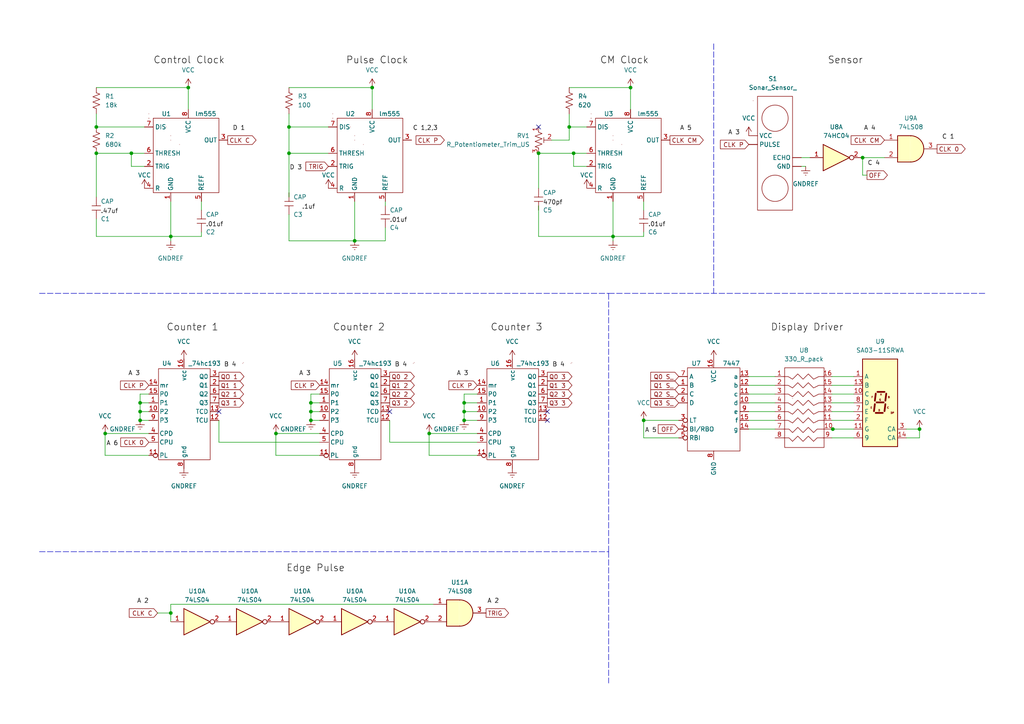
<source format=kicad_sch>
(kicad_sch (version 20211123) (generator eeschema)

  (uuid 0ad68498-36e2-4661-8c43-79445b6d58dd)

  (paper "A4")

  (lib_symbols
    (symbol "74xx:74HC04" (in_bom yes) (on_board yes)
      (property "Reference" "U" (id 0) (at 0 1.27 0)
        (effects (font (size 1.27 1.27)))
      )
      (property "Value" "74HC04" (id 1) (at 0 -1.27 0)
        (effects (font (size 1.27 1.27)))
      )
      (property "Footprint" "" (id 2) (at 0 0 0)
        (effects (font (size 1.27 1.27)) hide)
      )
      (property "Datasheet" "https://assets.nexperia.com/documents/data-sheet/74HC_HCT04.pdf" (id 3) (at 0 0 0)
        (effects (font (size 1.27 1.27)) hide)
      )
      (property "ki_locked" "" (id 4) (at 0 0 0)
        (effects (font (size 1.27 1.27)))
      )
      (property "ki_keywords" "HCMOS not inv" (id 5) (at 0 0 0)
        (effects (font (size 1.27 1.27)) hide)
      )
      (property "ki_description" "Hex Inverter" (id 6) (at 0 0 0)
        (effects (font (size 1.27 1.27)) hide)
      )
      (property "ki_fp_filters" "DIP*W7.62mm* SSOP?14* TSSOP?14*" (id 7) (at 0 0 0)
        (effects (font (size 1.27 1.27)) hide)
      )
      (symbol "74HC04_1_0"
        (polyline
          (pts
            (xy -3.81 3.81)
            (xy -3.81 -3.81)
            (xy 3.81 0)
            (xy -3.81 3.81)
          )
          (stroke (width 0.254) (type default) (color 0 0 0 0))
          (fill (type background))
        )
        (pin input line (at -7.62 0 0) (length 3.81)
          (name "~" (effects (font (size 1.27 1.27))))
          (number "1" (effects (font (size 1.27 1.27))))
        )
        (pin output inverted (at 7.62 0 180) (length 3.81)
          (name "~" (effects (font (size 1.27 1.27))))
          (number "2" (effects (font (size 1.27 1.27))))
        )
      )
      (symbol "74HC04_2_0"
        (polyline
          (pts
            (xy -3.81 3.81)
            (xy -3.81 -3.81)
            (xy 3.81 0)
            (xy -3.81 3.81)
          )
          (stroke (width 0.254) (type default) (color 0 0 0 0))
          (fill (type background))
        )
        (pin input line (at -7.62 0 0) (length 3.81)
          (name "~" (effects (font (size 1.27 1.27))))
          (number "3" (effects (font (size 1.27 1.27))))
        )
        (pin output inverted (at 7.62 0 180) (length 3.81)
          (name "~" (effects (font (size 1.27 1.27))))
          (number "4" (effects (font (size 1.27 1.27))))
        )
      )
      (symbol "74HC04_3_0"
        (polyline
          (pts
            (xy -3.81 3.81)
            (xy -3.81 -3.81)
            (xy 3.81 0)
            (xy -3.81 3.81)
          )
          (stroke (width 0.254) (type default) (color 0 0 0 0))
          (fill (type background))
        )
        (pin input line (at -7.62 0 0) (length 3.81)
          (name "~" (effects (font (size 1.27 1.27))))
          (number "5" (effects (font (size 1.27 1.27))))
        )
        (pin output inverted (at 7.62 0 180) (length 3.81)
          (name "~" (effects (font (size 1.27 1.27))))
          (number "6" (effects (font (size 1.27 1.27))))
        )
      )
      (symbol "74HC04_4_0"
        (polyline
          (pts
            (xy -3.81 3.81)
            (xy -3.81 -3.81)
            (xy 3.81 0)
            (xy -3.81 3.81)
          )
          (stroke (width 0.254) (type default) (color 0 0 0 0))
          (fill (type background))
        )
        (pin output inverted (at 7.62 0 180) (length 3.81)
          (name "~" (effects (font (size 1.27 1.27))))
          (number "8" (effects (font (size 1.27 1.27))))
        )
        (pin input line (at -7.62 0 0) (length 3.81)
          (name "~" (effects (font (size 1.27 1.27))))
          (number "9" (effects (font (size 1.27 1.27))))
        )
      )
      (symbol "74HC04_5_0"
        (polyline
          (pts
            (xy -3.81 3.81)
            (xy -3.81 -3.81)
            (xy 3.81 0)
            (xy -3.81 3.81)
          )
          (stroke (width 0.254) (type default) (color 0 0 0 0))
          (fill (type background))
        )
        (pin output inverted (at 7.62 0 180) (length 3.81)
          (name "~" (effects (font (size 1.27 1.27))))
          (number "10" (effects (font (size 1.27 1.27))))
        )
        (pin input line (at -7.62 0 0) (length 3.81)
          (name "~" (effects (font (size 1.27 1.27))))
          (number "11" (effects (font (size 1.27 1.27))))
        )
      )
      (symbol "74HC04_6_0"
        (polyline
          (pts
            (xy -3.81 3.81)
            (xy -3.81 -3.81)
            (xy 3.81 0)
            (xy -3.81 3.81)
          )
          (stroke (width 0.254) (type default) (color 0 0 0 0))
          (fill (type background))
        )
        (pin output inverted (at 7.62 0 180) (length 3.81)
          (name "~" (effects (font (size 1.27 1.27))))
          (number "12" (effects (font (size 1.27 1.27))))
        )
        (pin input line (at -7.62 0 0) (length 3.81)
          (name "~" (effects (font (size 1.27 1.27))))
          (number "13" (effects (font (size 1.27 1.27))))
        )
      )
      (symbol "74HC04_7_0"
        (pin power_in line (at 0 12.7 270) (length 5.08)
          (name "VCC" (effects (font (size 1.27 1.27))))
          (number "14" (effects (font (size 1.27 1.27))))
        )
        (pin power_in line (at 0 -12.7 90) (length 5.08)
          (name "GND" (effects (font (size 1.27 1.27))))
          (number "7" (effects (font (size 1.27 1.27))))
        )
      )
      (symbol "74HC04_7_1"
        (rectangle (start -5.08 7.62) (end 5.08 -7.62)
          (stroke (width 0.254) (type default) (color 0 0 0 0))
          (fill (type background))
        )
      )
    )
    (symbol "74xx:74LS04" (in_bom yes) (on_board yes)
      (property "Reference" "U" (id 0) (at 0 1.27 0)
        (effects (font (size 1.27 1.27)))
      )
      (property "Value" "74LS04" (id 1) (at 0 -1.27 0)
        (effects (font (size 1.27 1.27)))
      )
      (property "Footprint" "" (id 2) (at 0 0 0)
        (effects (font (size 1.27 1.27)) hide)
      )
      (property "Datasheet" "http://www.ti.com/lit/gpn/sn74LS04" (id 3) (at 0 0 0)
        (effects (font (size 1.27 1.27)) hide)
      )
      (property "ki_locked" "" (id 4) (at 0 0 0)
        (effects (font (size 1.27 1.27)))
      )
      (property "ki_keywords" "TTL not inv" (id 5) (at 0 0 0)
        (effects (font (size 1.27 1.27)) hide)
      )
      (property "ki_description" "Hex Inverter" (id 6) (at 0 0 0)
        (effects (font (size 1.27 1.27)) hide)
      )
      (property "ki_fp_filters" "DIP*W7.62mm* SSOP?14* TSSOP?14*" (id 7) (at 0 0 0)
        (effects (font (size 1.27 1.27)) hide)
      )
      (symbol "74LS04_1_0"
        (polyline
          (pts
            (xy -3.81 3.81)
            (xy -3.81 -3.81)
            (xy 3.81 0)
            (xy -3.81 3.81)
          )
          (stroke (width 0.254) (type default) (color 0 0 0 0))
          (fill (type background))
        )
        (pin input line (at -7.62 0 0) (length 3.81)
          (name "~" (effects (font (size 1.27 1.27))))
          (number "1" (effects (font (size 1.27 1.27))))
        )
        (pin output inverted (at 7.62 0 180) (length 3.81)
          (name "~" (effects (font (size 1.27 1.27))))
          (number "2" (effects (font (size 1.27 1.27))))
        )
      )
      (symbol "74LS04_2_0"
        (polyline
          (pts
            (xy -3.81 3.81)
            (xy -3.81 -3.81)
            (xy 3.81 0)
            (xy -3.81 3.81)
          )
          (stroke (width 0.254) (type default) (color 0 0 0 0))
          (fill (type background))
        )
        (pin input line (at -7.62 0 0) (length 3.81)
          (name "~" (effects (font (size 1.27 1.27))))
          (number "3" (effects (font (size 1.27 1.27))))
        )
        (pin output inverted (at 7.62 0 180) (length 3.81)
          (name "~" (effects (font (size 1.27 1.27))))
          (number "4" (effects (font (size 1.27 1.27))))
        )
      )
      (symbol "74LS04_3_0"
        (polyline
          (pts
            (xy -3.81 3.81)
            (xy -3.81 -3.81)
            (xy 3.81 0)
            (xy -3.81 3.81)
          )
          (stroke (width 0.254) (type default) (color 0 0 0 0))
          (fill (type background))
        )
        (pin input line (at -7.62 0 0) (length 3.81)
          (name "~" (effects (font (size 1.27 1.27))))
          (number "5" (effects (font (size 1.27 1.27))))
        )
        (pin output inverted (at 7.62 0 180) (length 3.81)
          (name "~" (effects (font (size 1.27 1.27))))
          (number "6" (effects (font (size 1.27 1.27))))
        )
      )
      (symbol "74LS04_4_0"
        (polyline
          (pts
            (xy -3.81 3.81)
            (xy -3.81 -3.81)
            (xy 3.81 0)
            (xy -3.81 3.81)
          )
          (stroke (width 0.254) (type default) (color 0 0 0 0))
          (fill (type background))
        )
        (pin output inverted (at 7.62 0 180) (length 3.81)
          (name "~" (effects (font (size 1.27 1.27))))
          (number "8" (effects (font (size 1.27 1.27))))
        )
        (pin input line (at -7.62 0 0) (length 3.81)
          (name "~" (effects (font (size 1.27 1.27))))
          (number "9" (effects (font (size 1.27 1.27))))
        )
      )
      (symbol "74LS04_5_0"
        (polyline
          (pts
            (xy -3.81 3.81)
            (xy -3.81 -3.81)
            (xy 3.81 0)
            (xy -3.81 3.81)
          )
          (stroke (width 0.254) (type default) (color 0 0 0 0))
          (fill (type background))
        )
        (pin output inverted (at 7.62 0 180) (length 3.81)
          (name "~" (effects (font (size 1.27 1.27))))
          (number "10" (effects (font (size 1.27 1.27))))
        )
        (pin input line (at -7.62 0 0) (length 3.81)
          (name "~" (effects (font (size 1.27 1.27))))
          (number "11" (effects (font (size 1.27 1.27))))
        )
      )
      (symbol "74LS04_6_0"
        (polyline
          (pts
            (xy -3.81 3.81)
            (xy -3.81 -3.81)
            (xy 3.81 0)
            (xy -3.81 3.81)
          )
          (stroke (width 0.254) (type default) (color 0 0 0 0))
          (fill (type background))
        )
        (pin output inverted (at 7.62 0 180) (length 3.81)
          (name "~" (effects (font (size 1.27 1.27))))
          (number "12" (effects (font (size 1.27 1.27))))
        )
        (pin input line (at -7.62 0 0) (length 3.81)
          (name "~" (effects (font (size 1.27 1.27))))
          (number "13" (effects (font (size 1.27 1.27))))
        )
      )
      (symbol "74LS04_7_0"
        (pin power_in line (at 0 12.7 270) (length 5.08)
          (name "VCC" (effects (font (size 1.27 1.27))))
          (number "14" (effects (font (size 1.27 1.27))))
        )
        (pin power_in line (at 0 -12.7 90) (length 5.08)
          (name "GND" (effects (font (size 1.27 1.27))))
          (number "7" (effects (font (size 1.27 1.27))))
        )
      )
      (symbol "74LS04_7_1"
        (rectangle (start -5.08 7.62) (end 5.08 -7.62)
          (stroke (width 0.254) (type default) (color 0 0 0 0))
          (fill (type background))
        )
      )
    )
    (symbol "74xx:74LS08" (pin_names (offset 1.016)) (in_bom yes) (on_board yes)
      (property "Reference" "U" (id 0) (at 0 1.27 0)
        (effects (font (size 1.27 1.27)))
      )
      (property "Value" "74LS08" (id 1) (at 0 -1.27 0)
        (effects (font (size 1.27 1.27)))
      )
      (property "Footprint" "" (id 2) (at 0 0 0)
        (effects (font (size 1.27 1.27)) hide)
      )
      (property "Datasheet" "http://www.ti.com/lit/gpn/sn74LS08" (id 3) (at 0 0 0)
        (effects (font (size 1.27 1.27)) hide)
      )
      (property "ki_locked" "" (id 4) (at 0 0 0)
        (effects (font (size 1.27 1.27)))
      )
      (property "ki_keywords" "TTL and2" (id 5) (at 0 0 0)
        (effects (font (size 1.27 1.27)) hide)
      )
      (property "ki_description" "Quad And2" (id 6) (at 0 0 0)
        (effects (font (size 1.27 1.27)) hide)
      )
      (property "ki_fp_filters" "DIP*W7.62mm*" (id 7) (at 0 0 0)
        (effects (font (size 1.27 1.27)) hide)
      )
      (symbol "74LS08_1_1"
        (arc (start 0 -3.81) (mid 3.81 0) (end 0 3.81)
          (stroke (width 0.254) (type default) (color 0 0 0 0))
          (fill (type background))
        )
        (polyline
          (pts
            (xy 0 3.81)
            (xy -3.81 3.81)
            (xy -3.81 -3.81)
            (xy 0 -3.81)
          )
          (stroke (width 0.254) (type default) (color 0 0 0 0))
          (fill (type background))
        )
        (pin input line (at -7.62 2.54 0) (length 3.81)
          (name "~" (effects (font (size 1.27 1.27))))
          (number "1" (effects (font (size 1.27 1.27))))
        )
        (pin input line (at -7.62 -2.54 0) (length 3.81)
          (name "~" (effects (font (size 1.27 1.27))))
          (number "2" (effects (font (size 1.27 1.27))))
        )
        (pin output line (at 7.62 0 180) (length 3.81)
          (name "~" (effects (font (size 1.27 1.27))))
          (number "3" (effects (font (size 1.27 1.27))))
        )
      )
      (symbol "74LS08_1_2"
        (arc (start -3.81 -3.81) (mid -2.589 0) (end -3.81 3.81)
          (stroke (width 0.254) (type default) (color 0 0 0 0))
          (fill (type none))
        )
        (arc (start -0.6096 -3.81) (mid 2.1855 -2.584) (end 3.81 0)
          (stroke (width 0.254) (type default) (color 0 0 0 0))
          (fill (type background))
        )
        (polyline
          (pts
            (xy -3.81 -3.81)
            (xy -0.635 -3.81)
          )
          (stroke (width 0.254) (type default) (color 0 0 0 0))
          (fill (type background))
        )
        (polyline
          (pts
            (xy -3.81 3.81)
            (xy -0.635 3.81)
          )
          (stroke (width 0.254) (type default) (color 0 0 0 0))
          (fill (type background))
        )
        (polyline
          (pts
            (xy -0.635 3.81)
            (xy -3.81 3.81)
            (xy -3.81 3.81)
            (xy -3.556 3.4036)
            (xy -3.0226 2.2606)
            (xy -2.6924 1.0414)
            (xy -2.6162 -0.254)
            (xy -2.7686 -1.4986)
            (xy -3.175 -2.7178)
            (xy -3.81 -3.81)
            (xy -3.81 -3.81)
            (xy -0.635 -3.81)
          )
          (stroke (width -25.4) (type default) (color 0 0 0 0))
          (fill (type background))
        )
        (arc (start 3.81 0) (mid 2.1928 2.5925) (end -0.6096 3.81)
          (stroke (width 0.254) (type default) (color 0 0 0 0))
          (fill (type background))
        )
        (pin input inverted (at -7.62 2.54 0) (length 4.318)
          (name "~" (effects (font (size 1.27 1.27))))
          (number "1" (effects (font (size 1.27 1.27))))
        )
        (pin input inverted (at -7.62 -2.54 0) (length 4.318)
          (name "~" (effects (font (size 1.27 1.27))))
          (number "2" (effects (font (size 1.27 1.27))))
        )
        (pin output inverted (at 7.62 0 180) (length 3.81)
          (name "~" (effects (font (size 1.27 1.27))))
          (number "3" (effects (font (size 1.27 1.27))))
        )
      )
      (symbol "74LS08_2_1"
        (arc (start 0 -3.81) (mid 3.81 0) (end 0 3.81)
          (stroke (width 0.254) (type default) (color 0 0 0 0))
          (fill (type background))
        )
        (polyline
          (pts
            (xy 0 3.81)
            (xy -3.81 3.81)
            (xy -3.81 -3.81)
            (xy 0 -3.81)
          )
          (stroke (width 0.254) (type default) (color 0 0 0 0))
          (fill (type background))
        )
        (pin input line (at -7.62 2.54 0) (length 3.81)
          (name "~" (effects (font (size 1.27 1.27))))
          (number "4" (effects (font (size 1.27 1.27))))
        )
        (pin input line (at -7.62 -2.54 0) (length 3.81)
          (name "~" (effects (font (size 1.27 1.27))))
          (number "5" (effects (font (size 1.27 1.27))))
        )
        (pin output line (at 7.62 0 180) (length 3.81)
          (name "~" (effects (font (size 1.27 1.27))))
          (number "6" (effects (font (size 1.27 1.27))))
        )
      )
      (symbol "74LS08_2_2"
        (arc (start -3.81 -3.81) (mid -2.589 0) (end -3.81 3.81)
          (stroke (width 0.254) (type default) (color 0 0 0 0))
          (fill (type none))
        )
        (arc (start -0.6096 -3.81) (mid 2.1855 -2.584) (end 3.81 0)
          (stroke (width 0.254) (type default) (color 0 0 0 0))
          (fill (type background))
        )
        (polyline
          (pts
            (xy -3.81 -3.81)
            (xy -0.635 -3.81)
          )
          (stroke (width 0.254) (type default) (color 0 0 0 0))
          (fill (type background))
        )
        (polyline
          (pts
            (xy -3.81 3.81)
            (xy -0.635 3.81)
          )
          (stroke (width 0.254) (type default) (color 0 0 0 0))
          (fill (type background))
        )
        (polyline
          (pts
            (xy -0.635 3.81)
            (xy -3.81 3.81)
            (xy -3.81 3.81)
            (xy -3.556 3.4036)
            (xy -3.0226 2.2606)
            (xy -2.6924 1.0414)
            (xy -2.6162 -0.254)
            (xy -2.7686 -1.4986)
            (xy -3.175 -2.7178)
            (xy -3.81 -3.81)
            (xy -3.81 -3.81)
            (xy -0.635 -3.81)
          )
          (stroke (width -25.4) (type default) (color 0 0 0 0))
          (fill (type background))
        )
        (arc (start 3.81 0) (mid 2.1928 2.5925) (end -0.6096 3.81)
          (stroke (width 0.254) (type default) (color 0 0 0 0))
          (fill (type background))
        )
        (pin input inverted (at -7.62 2.54 0) (length 4.318)
          (name "~" (effects (font (size 1.27 1.27))))
          (number "4" (effects (font (size 1.27 1.27))))
        )
        (pin input inverted (at -7.62 -2.54 0) (length 4.318)
          (name "~" (effects (font (size 1.27 1.27))))
          (number "5" (effects (font (size 1.27 1.27))))
        )
        (pin output inverted (at 7.62 0 180) (length 3.81)
          (name "~" (effects (font (size 1.27 1.27))))
          (number "6" (effects (font (size 1.27 1.27))))
        )
      )
      (symbol "74LS08_3_1"
        (arc (start 0 -3.81) (mid 3.81 0) (end 0 3.81)
          (stroke (width 0.254) (type default) (color 0 0 0 0))
          (fill (type background))
        )
        (polyline
          (pts
            (xy 0 3.81)
            (xy -3.81 3.81)
            (xy -3.81 -3.81)
            (xy 0 -3.81)
          )
          (stroke (width 0.254) (type default) (color 0 0 0 0))
          (fill (type background))
        )
        (pin input line (at -7.62 -2.54 0) (length 3.81)
          (name "~" (effects (font (size 1.27 1.27))))
          (number "10" (effects (font (size 1.27 1.27))))
        )
        (pin output line (at 7.62 0 180) (length 3.81)
          (name "~" (effects (font (size 1.27 1.27))))
          (number "8" (effects (font (size 1.27 1.27))))
        )
        (pin input line (at -7.62 2.54 0) (length 3.81)
          (name "~" (effects (font (size 1.27 1.27))))
          (number "9" (effects (font (size 1.27 1.27))))
        )
      )
      (symbol "74LS08_3_2"
        (arc (start -3.81 -3.81) (mid -2.589 0) (end -3.81 3.81)
          (stroke (width 0.254) (type default) (color 0 0 0 0))
          (fill (type none))
        )
        (arc (start -0.6096 -3.81) (mid 2.1855 -2.584) (end 3.81 0)
          (stroke (width 0.254) (type default) (color 0 0 0 0))
          (fill (type background))
        )
        (polyline
          (pts
            (xy -3.81 -3.81)
            (xy -0.635 -3.81)
          )
          (stroke (width 0.254) (type default) (color 0 0 0 0))
          (fill (type background))
        )
        (polyline
          (pts
            (xy -3.81 3.81)
            (xy -0.635 3.81)
          )
          (stroke (width 0.254) (type default) (color 0 0 0 0))
          (fill (type background))
        )
        (polyline
          (pts
            (xy -0.635 3.81)
            (xy -3.81 3.81)
            (xy -3.81 3.81)
            (xy -3.556 3.4036)
            (xy -3.0226 2.2606)
            (xy -2.6924 1.0414)
            (xy -2.6162 -0.254)
            (xy -2.7686 -1.4986)
            (xy -3.175 -2.7178)
            (xy -3.81 -3.81)
            (xy -3.81 -3.81)
            (xy -0.635 -3.81)
          )
          (stroke (width -25.4) (type default) (color 0 0 0 0))
          (fill (type background))
        )
        (arc (start 3.81 0) (mid 2.1928 2.5925) (end -0.6096 3.81)
          (stroke (width 0.254) (type default) (color 0 0 0 0))
          (fill (type background))
        )
        (pin input inverted (at -7.62 -2.54 0) (length 4.318)
          (name "~" (effects (font (size 1.27 1.27))))
          (number "10" (effects (font (size 1.27 1.27))))
        )
        (pin output inverted (at 7.62 0 180) (length 3.81)
          (name "~" (effects (font (size 1.27 1.27))))
          (number "8" (effects (font (size 1.27 1.27))))
        )
        (pin input inverted (at -7.62 2.54 0) (length 4.318)
          (name "~" (effects (font (size 1.27 1.27))))
          (number "9" (effects (font (size 1.27 1.27))))
        )
      )
      (symbol "74LS08_4_1"
        (arc (start 0 -3.81) (mid 3.81 0) (end 0 3.81)
          (stroke (width 0.254) (type default) (color 0 0 0 0))
          (fill (type background))
        )
        (polyline
          (pts
            (xy 0 3.81)
            (xy -3.81 3.81)
            (xy -3.81 -3.81)
            (xy 0 -3.81)
          )
          (stroke (width 0.254) (type default) (color 0 0 0 0))
          (fill (type background))
        )
        (pin output line (at 7.62 0 180) (length 3.81)
          (name "~" (effects (font (size 1.27 1.27))))
          (number "11" (effects (font (size 1.27 1.27))))
        )
        (pin input line (at -7.62 2.54 0) (length 3.81)
          (name "~" (effects (font (size 1.27 1.27))))
          (number "12" (effects (font (size 1.27 1.27))))
        )
        (pin input line (at -7.62 -2.54 0) (length 3.81)
          (name "~" (effects (font (size 1.27 1.27))))
          (number "13" (effects (font (size 1.27 1.27))))
        )
      )
      (symbol "74LS08_4_2"
        (arc (start -3.81 -3.81) (mid -2.589 0) (end -3.81 3.81)
          (stroke (width 0.254) (type default) (color 0 0 0 0))
          (fill (type none))
        )
        (arc (start -0.6096 -3.81) (mid 2.1855 -2.584) (end 3.81 0)
          (stroke (width 0.254) (type default) (color 0 0 0 0))
          (fill (type background))
        )
        (polyline
          (pts
            (xy -3.81 -3.81)
            (xy -0.635 -3.81)
          )
          (stroke (width 0.254) (type default) (color 0 0 0 0))
          (fill (type background))
        )
        (polyline
          (pts
            (xy -3.81 3.81)
            (xy -0.635 3.81)
          )
          (stroke (width 0.254) (type default) (color 0 0 0 0))
          (fill (type background))
        )
        (polyline
          (pts
            (xy -0.635 3.81)
            (xy -3.81 3.81)
            (xy -3.81 3.81)
            (xy -3.556 3.4036)
            (xy -3.0226 2.2606)
            (xy -2.6924 1.0414)
            (xy -2.6162 -0.254)
            (xy -2.7686 -1.4986)
            (xy -3.175 -2.7178)
            (xy -3.81 -3.81)
            (xy -3.81 -3.81)
            (xy -0.635 -3.81)
          )
          (stroke (width -25.4) (type default) (color 0 0 0 0))
          (fill (type background))
        )
        (arc (start 3.81 0) (mid 2.1928 2.5925) (end -0.6096 3.81)
          (stroke (width 0.254) (type default) (color 0 0 0 0))
          (fill (type background))
        )
        (pin output inverted (at 7.62 0 180) (length 3.81)
          (name "~" (effects (font (size 1.27 1.27))))
          (number "11" (effects (font (size 1.27 1.27))))
        )
        (pin input inverted (at -7.62 2.54 0) (length 4.318)
          (name "~" (effects (font (size 1.27 1.27))))
          (number "12" (effects (font (size 1.27 1.27))))
        )
        (pin input inverted (at -7.62 -2.54 0) (length 4.318)
          (name "~" (effects (font (size 1.27 1.27))))
          (number "13" (effects (font (size 1.27 1.27))))
        )
      )
      (symbol "74LS08_5_0"
        (pin power_in line (at 0 12.7 270) (length 5.08)
          (name "VCC" (effects (font (size 1.27 1.27))))
          (number "14" (effects (font (size 1.27 1.27))))
        )
        (pin power_in line (at 0 -12.7 90) (length 5.08)
          (name "GND" (effects (font (size 1.27 1.27))))
          (number "7" (effects (font (size 1.27 1.27))))
        )
      )
      (symbol "74LS08_5_1"
        (rectangle (start -5.08 7.62) (end 5.08 -7.62)
          (stroke (width 0.254) (type default) (color 0 0 0 0))
          (fill (type background))
        )
      )
    )
    (symbol "CAP_1" (in_bom yes) (on_board yes)
      (property "Reference" "C3" (id 0) (at -2.54 -6.35 0)
        (effects (font (size 1.27 1.27)) (justify left))
      )
      (property "Value" "CAP" (id 1) (at -2.54 -1.27 0)
        (effects (font (size 1.27 1.27)) (justify left))
      )
      (property "Footprint" "" (id 2) (at 6.35 3.81 0)
        (effects (font (size 1.27 1.27)) hide)
      )
      (property "Datasheet" "" (id 3) (at 6.35 3.81 0)
        (effects (font (size 1.27 1.27)) hide)
      )
      (symbol "CAP_1_0_1"
        (polyline
          (pts
            (xy -5.08 -3.81)
            (xy -2.54 -3.81)
          )
          (stroke (width 0) (type default) (color 0 0 0 0))
          (fill (type none))
        )
        (polyline
          (pts
            (xy -5.08 -2.54)
            (xy -2.54 -2.54)
          )
          (stroke (width 0) (type default) (color 0 0 0 0))
          (fill (type none))
        )
        (polyline
          (pts
            (xy -3.81 -3.81)
            (xy -3.81 -6.35)
          )
          (stroke (width 0) (type default) (color 0 0 0 0))
          (fill (type none))
        )
        (polyline
          (pts
            (xy -3.81 -2.54)
            (xy -3.81 0)
          )
          (stroke (width 0) (type default) (color 0 0 0 0))
          (fill (type none))
        )
      )
    )
    (symbol "Device:R_Potentiometer_Trim_US" (pin_names (offset 1.016) hide) (in_bom yes) (on_board yes)
      (property "Reference" "RV" (id 0) (at -4.445 0 90)
        (effects (font (size 1.27 1.27)))
      )
      (property "Value" "R_Potentiometer_Trim_US" (id 1) (at -2.54 0 90)
        (effects (font (size 1.27 1.27)))
      )
      (property "Footprint" "" (id 2) (at 0 0 0)
        (effects (font (size 1.27 1.27)) hide)
      )
      (property "Datasheet" "~" (id 3) (at 0 0 0)
        (effects (font (size 1.27 1.27)) hide)
      )
      (property "ki_keywords" "resistor variable trimpot trimmer" (id 4) (at 0 0 0)
        (effects (font (size 1.27 1.27)) hide)
      )
      (property "ki_description" "Trim-potentiometer, US symbol" (id 5) (at 0 0 0)
        (effects (font (size 1.27 1.27)) hide)
      )
      (property "ki_fp_filters" "Potentiometer*" (id 6) (at 0 0 0)
        (effects (font (size 1.27 1.27)) hide)
      )
      (symbol "R_Potentiometer_Trim_US_0_1"
        (polyline
          (pts
            (xy 0 -2.286)
            (xy 0 -2.54)
          )
          (stroke (width 0) (type default) (color 0 0 0 0))
          (fill (type none))
        )
        (polyline
          (pts
            (xy 0 2.286)
            (xy 0 2.54)
          )
          (stroke (width 0) (type default) (color 0 0 0 0))
          (fill (type none))
        )
        (polyline
          (pts
            (xy 1.524 0.762)
            (xy 1.524 -0.762)
          )
          (stroke (width 0) (type default) (color 0 0 0 0))
          (fill (type none))
        )
        (polyline
          (pts
            (xy 2.54 0)
            (xy 1.524 0)
          )
          (stroke (width 0) (type default) (color 0 0 0 0))
          (fill (type none))
        )
        (polyline
          (pts
            (xy 0 -0.762)
            (xy 1.016 -1.143)
            (xy 0 -1.524)
            (xy -1.016 -1.905)
            (xy 0 -2.286)
          )
          (stroke (width 0) (type default) (color 0 0 0 0))
          (fill (type none))
        )
        (polyline
          (pts
            (xy 0 0.762)
            (xy 1.016 0.381)
            (xy 0 0)
            (xy -1.016 -0.381)
            (xy 0 -0.762)
          )
          (stroke (width 0) (type default) (color 0 0 0 0))
          (fill (type none))
        )
        (polyline
          (pts
            (xy 0 2.286)
            (xy 1.016 1.905)
            (xy 0 1.524)
            (xy -1.016 1.143)
            (xy 0 0.762)
          )
          (stroke (width 0) (type default) (color 0 0 0 0))
          (fill (type none))
        )
      )
      (symbol "R_Potentiometer_Trim_US_1_1"
        (pin passive line (at 0 3.81 270) (length 1.27)
          (name "1" (effects (font (size 1.27 1.27))))
          (number "1" (effects (font (size 1.27 1.27))))
        )
        (pin passive line (at 3.81 0 180) (length 1.27)
          (name "2" (effects (font (size 1.27 1.27))))
          (number "2" (effects (font (size 1.27 1.27))))
        )
        (pin passive line (at 0 -3.81 90) (length 1.27)
          (name "3" (effects (font (size 1.27 1.27))))
          (number "3" (effects (font (size 1.27 1.27))))
        )
      )
    )
    (symbol "Device:R_US" (pin_numbers hide) (pin_names (offset 0)) (in_bom yes) (on_board yes)
      (property "Reference" "R" (id 0) (at 2.54 0 90)
        (effects (font (size 1.27 1.27)))
      )
      (property "Value" "R_US" (id 1) (at -2.54 0 90)
        (effects (font (size 1.27 1.27)))
      )
      (property "Footprint" "" (id 2) (at 1.016 -0.254 90)
        (effects (font (size 1.27 1.27)) hide)
      )
      (property "Datasheet" "~" (id 3) (at 0 0 0)
        (effects (font (size 1.27 1.27)) hide)
      )
      (property "ki_keywords" "R res resistor" (id 4) (at 0 0 0)
        (effects (font (size 1.27 1.27)) hide)
      )
      (property "ki_description" "Resistor, US symbol" (id 5) (at 0 0 0)
        (effects (font (size 1.27 1.27)) hide)
      )
      (property "ki_fp_filters" "R_*" (id 6) (at 0 0 0)
        (effects (font (size 1.27 1.27)) hide)
      )
      (symbol "R_US_0_1"
        (polyline
          (pts
            (xy 0 -2.286)
            (xy 0 -2.54)
          )
          (stroke (width 0) (type default) (color 0 0 0 0))
          (fill (type none))
        )
        (polyline
          (pts
            (xy 0 2.286)
            (xy 0 2.54)
          )
          (stroke (width 0) (type default) (color 0 0 0 0))
          (fill (type none))
        )
        (polyline
          (pts
            (xy 0 -0.762)
            (xy 1.016 -1.143)
            (xy 0 -1.524)
            (xy -1.016 -1.905)
            (xy 0 -2.286)
          )
          (stroke (width 0) (type default) (color 0 0 0 0))
          (fill (type none))
        )
        (polyline
          (pts
            (xy 0 0.762)
            (xy 1.016 0.381)
            (xy 0 0)
            (xy -1.016 -0.381)
            (xy 0 -0.762)
          )
          (stroke (width 0) (type default) (color 0 0 0 0))
          (fill (type none))
        )
        (polyline
          (pts
            (xy 0 2.286)
            (xy 1.016 1.905)
            (xy 0 1.524)
            (xy -1.016 1.143)
            (xy 0 0.762)
          )
          (stroke (width 0) (type default) (color 0 0 0 0))
          (fill (type none))
        )
      )
      (symbol "R_US_1_1"
        (pin passive line (at 0 3.81 270) (length 1.27)
          (name "~" (effects (font (size 1.27 1.27))))
          (number "1" (effects (font (size 1.27 1.27))))
        )
        (pin passive line (at 0 -3.81 90) (length 1.27)
          (name "~" (effects (font (size 1.27 1.27))))
          (number "2" (effects (font (size 1.27 1.27))))
        )
      )
    )
    (symbol "Display_Character:SA39-11SRWA" (in_bom yes) (on_board yes)
      (property "Reference" "U?" (id 0) (at 0 17.78 0)
        (effects (font (size 1.27 1.27)))
      )
      (property "Value" "SA03-11SRWA" (id 1) (at 0 15.24 0)
        (effects (font (size 1.27 1.27)))
      )
      (property "Footprint" "" (id 2) (at 0 -13.97 0)
        (effects (font (size 1.27 1.27)) hide)
      )
      (property "Datasheet" "" (id 3) (at 0 0 0)
        (effects (font (size 1.27 1.27)) hide)
      )
      (property "ki_keywords" "display LED 7-segment" (id 4) (at 0 0 0)
        (effects (font (size 1.27 1.27)) hide)
      )
      (property "ki_description" "Single digit 7 segment display, super bright red, common anode" (id 5) (at 0 0 0)
        (effects (font (size 1.27 1.27)) hide)
      )
      (property "ki_fp_filters" "S?39?1*" (id 6) (at 0 0 0)
        (effects (font (size 1.27 1.27)) hide)
      )
      (symbol "SA39-11SRWA_1_0"
        (text "A" (at 0.254 2.413 0)
          (effects (font (size 0.508 0.508)))
        )
        (text "B" (at 2.54 1.651 0)
          (effects (font (size 0.508 0.508)))
        )
        (text "C" (at 2.286 -1.397 0)
          (effects (font (size 0.508 0.508)))
        )
        (text "D" (at -0.254 -2.159 0)
          (effects (font (size 0.508 0.508)))
        )
        (text "DP" (at 3.556 -2.921 0)
          (effects (font (size 0.508 0.508)))
        )
        (text "E" (at -2.54 -1.397 0)
          (effects (font (size 0.508 0.508)))
        )
        (text "F" (at -2.286 1.651 0)
          (effects (font (size 0.508 0.508)))
        )
        (text "G" (at 0 0.889 0)
          (effects (font (size 0.508 0.508)))
        )
      )
      (symbol "SA39-11SRWA_1_1"
        (rectangle (start -5.08 12.7) (end 5.08 -12.7)
          (stroke (width 0.254) (type default) (color 0 0 0 0))
          (fill (type background))
        )
        (polyline
          (pts
            (xy -1.524 -0.381)
            (xy -1.778 -2.413)
          )
          (stroke (width 0.508) (type default) (color 0 0 0 0))
          (fill (type none))
        )
        (polyline
          (pts
            (xy -1.27 -2.921)
            (xy 0.762 -2.921)
          )
          (stroke (width 0.508) (type default) (color 0 0 0 0))
          (fill (type none))
        )
        (polyline
          (pts
            (xy -1.27 2.667)
            (xy -1.524 0.635)
          )
          (stroke (width 0.508) (type default) (color 0 0 0 0))
          (fill (type none))
        )
        (polyline
          (pts
            (xy -1.016 0.127)
            (xy 1.016 0.127)
          )
          (stroke (width 0.508) (type default) (color 0 0 0 0))
          (fill (type none))
        )
        (polyline
          (pts
            (xy -0.762 3.175)
            (xy 1.27 3.175)
          )
          (stroke (width 0.508) (type default) (color 0 0 0 0))
          (fill (type none))
        )
        (polyline
          (pts
            (xy 1.524 -0.381)
            (xy 1.27 -2.413)
          )
          (stroke (width 0.508) (type default) (color 0 0 0 0))
          (fill (type none))
        )
        (polyline
          (pts
            (xy 1.778 2.667)
            (xy 1.524 0.635)
          )
          (stroke (width 0.508) (type default) (color 0 0 0 0))
          (fill (type none))
        )
        (polyline
          (pts
            (xy 2.54 -2.921)
            (xy 2.54 -2.921)
          )
          (stroke (width 0.508) (type default) (color 0 0 0 0))
          (fill (type none))
        )
        (pin input line (at -7.62 7.62 0) (length 2.54)
          (name "A" (effects (font (size 1.27 1.27))))
          (number "1" (effects (font (size 1.27 1.27))))
        )
        (pin input line (at -7.62 2.54 0) (length 2.54)
          (name "C" (effects (font (size 1.27 1.27))))
          (number "10" (effects (font (size 1.27 1.27))))
        )
        (pin input line (at -7.62 -7.62 0) (length 2.54)
          (name "G" (effects (font (size 1.27 1.27))))
          (number "11" (effects (font (size 1.27 1.27))))
        )
        (pin input line (at -7.62 5.08 0) (length 2.54)
          (name "B" (effects (font (size 1.27 1.27))))
          (number "13" (effects (font (size 1.27 1.27))))
        )
        (pin input line (at 7.62 -10.16 180) (length 2.54)
          (name "CA" (effects (font (size 1.27 1.27))))
          (number "14" (effects (font (size 1.27 1.27))))
        )
        (pin input line (at -7.62 -5.08 0) (length 2.54)
          (name "F" (effects (font (size 1.27 1.27))))
          (number "2" (effects (font (size 1.27 1.27))))
        )
        (pin input line (at 7.62 -7.62 180) (length 2.54)
          (name "CA" (effects (font (size 1.27 1.27))))
          (number "3" (effects (font (size 1.27 1.27))))
        )
        (pin input line (at -7.62 -10.16 0) (length 2.54)
          (name "9" (effects (font (size 1.27 1.27))))
          (number "6" (effects (font (size 1.27 1.27))))
        )
        (pin input line (at -7.62 -2.54 0) (length 2.54)
          (name "E" (effects (font (size 1.27 1.27))))
          (number "7" (effects (font (size 1.27 1.27))))
        )
        (pin input line (at -7.62 0 0) (length 2.54)
          (name "D" (effects (font (size 1.27 1.27))))
          (number "8" (effects (font (size 1.27 1.27))))
        )
      )
    )
    (symbol "power:GNDREF" (power) (pin_names (offset 0)) (in_bom yes) (on_board yes)
      (property "Reference" "#PWR" (id 0) (at 0 -6.35 0)
        (effects (font (size 1.27 1.27)) hide)
      )
      (property "Value" "GNDREF" (id 1) (at 0 -3.81 0)
        (effects (font (size 1.27 1.27)))
      )
      (property "Footprint" "" (id 2) (at 0 0 0)
        (effects (font (size 1.27 1.27)) hide)
      )
      (property "Datasheet" "" (id 3) (at 0 0 0)
        (effects (font (size 1.27 1.27)) hide)
      )
      (property "ki_keywords" "power-flag" (id 4) (at 0 0 0)
        (effects (font (size 1.27 1.27)) hide)
      )
      (property "ki_description" "Power symbol creates a global label with name \"GNDREF\" , reference supply ground" (id 5) (at 0 0 0)
        (effects (font (size 1.27 1.27)) hide)
      )
      (symbol "GNDREF_0_1"
        (polyline
          (pts
            (xy -0.635 -1.905)
            (xy 0.635 -1.905)
          )
          (stroke (width 0) (type default) (color 0 0 0 0))
          (fill (type none))
        )
        (polyline
          (pts
            (xy -0.127 -2.54)
            (xy 0.127 -2.54)
          )
          (stroke (width 0) (type default) (color 0 0 0 0))
          (fill (type none))
        )
        (polyline
          (pts
            (xy 0 -1.27)
            (xy 0 0)
          )
          (stroke (width 0) (type default) (color 0 0 0 0))
          (fill (type none))
        )
        (polyline
          (pts
            (xy 1.27 -1.27)
            (xy -1.27 -1.27)
          )
          (stroke (width 0) (type default) (color 0 0 0 0))
          (fill (type none))
        )
      )
      (symbol "GNDREF_1_1"
        (pin power_in line (at 0 0 270) (length 0) hide
          (name "GNDREF" (effects (font (size 1.27 1.27))))
          (number "1" (effects (font (size 1.27 1.27))))
        )
      )
    )
    (symbol "power:VCC" (power) (pin_names (offset 0)) (in_bom yes) (on_board yes)
      (property "Reference" "#PWR" (id 0) (at 0 -3.81 0)
        (effects (font (size 1.27 1.27)) hide)
      )
      (property "Value" "VCC" (id 1) (at 0 3.81 0)
        (effects (font (size 1.27 1.27)))
      )
      (property "Footprint" "" (id 2) (at 0 0 0)
        (effects (font (size 1.27 1.27)) hide)
      )
      (property "Datasheet" "" (id 3) (at 0 0 0)
        (effects (font (size 1.27 1.27)) hide)
      )
      (property "ki_keywords" "power-flag" (id 4) (at 0 0 0)
        (effects (font (size 1.27 1.27)) hide)
      )
      (property "ki_description" "Power symbol creates a global label with name \"VCC\"" (id 5) (at 0 0 0)
        (effects (font (size 1.27 1.27)) hide)
      )
      (symbol "VCC_0_1"
        (polyline
          (pts
            (xy -0.762 1.27)
            (xy 0 2.54)
          )
          (stroke (width 0) (type default) (color 0 0 0 0))
          (fill (type none))
        )
        (polyline
          (pts
            (xy 0 0)
            (xy 0 2.54)
          )
          (stroke (width 0) (type default) (color 0 0 0 0))
          (fill (type none))
        )
        (polyline
          (pts
            (xy 0 2.54)
            (xy 0.762 1.27)
          )
          (stroke (width 0) (type default) (color 0 0 0 0))
          (fill (type none))
        )
      )
      (symbol "VCC_1_1"
        (pin power_in line (at 0 0 90) (length 0) hide
          (name "VCC" (effects (font (size 1.27 1.27))))
          (number "1" (effects (font (size 1.27 1.27))))
        )
      )
    )
    (symbol "sem 2 project 74xxx:330_R_pack" (in_bom yes) (on_board yes)
      (property "Reference" "U" (id 0) (at 0 -1.524 0)
        (effects (font (size 1.27 1.27)))
      )
      (property "Value" "330_R_pack" (id 1) (at -0.254 -3.556 0)
        (effects (font (size 1.27 1.27)))
      )
      (property "Footprint" "" (id 2) (at 0 0 0)
        (effects (font (size 1.27 1.27)) hide)
      )
      (property "Datasheet" "" (id 3) (at 0 0 0)
        (effects (font (size 1.27 1.27)) hide)
      )
      (symbol "330_R_pack_0_1"
        (rectangle (start -3.81 -11.43) (end -3.81 -11.43)
          (stroke (width 0) (type default) (color 0 0 0 0))
          (fill (type none))
        )
        (polyline
          (pts
            (xy -6.35 -22.86)
            (xy -4.826 -22.86)
            (xy -3.81 -23.876)
            (xy -2.286 -22.352)
            (xy -0.762 -23.876)
            (xy 0.762 -22.352)
            (xy 2.286 -23.876)
            (xy 3.302 -22.86)
            (xy 5.334 -22.86)
          )
          (stroke (width 0) (type default) (color 0 0 0 0))
          (fill (type none))
        )
        (polyline
          (pts
            (xy -6.35 -20.32)
            (xy -4.826 -20.32)
            (xy -3.81 -21.336)
            (xy -2.286 -19.812)
            (xy -0.762 -21.336)
            (xy 0.762 -19.812)
            (xy 2.286 -21.336)
            (xy 3.302 -20.32)
            (xy 5.334 -20.32)
          )
          (stroke (width 0) (type default) (color 0 0 0 0))
          (fill (type none))
        )
        (polyline
          (pts
            (xy -6.35 -17.78)
            (xy -5.08 -17.78)
            (xy -3.81 -18.542)
            (xy -2.286 -17.018)
            (xy -0.762 -18.542)
            (xy 0.762 -17.018)
            (xy 2.286 -18.542)
            (xy 3.81 -17.78)
            (xy 5.08 -17.78)
          )
          (stroke (width 0) (type default) (color 0 0 0 0))
          (fill (type none))
        )
        (polyline
          (pts
            (xy -6.35 -15.24)
            (xy -5.08 -15.24)
            (xy -3.81 -16.002)
            (xy -2.286 -14.478)
            (xy -0.762 -16.002)
            (xy 0.762 -14.478)
            (xy 2.286 -16.002)
            (xy 3.81 -15.24)
            (xy 5.08 -15.24)
          )
          (stroke (width 0) (type default) (color 0 0 0 0))
          (fill (type none))
        )
        (polyline
          (pts
            (xy -6.35 -12.7)
            (xy -5.08 -12.7)
            (xy -3.81 -13.462)
            (xy -2.286 -11.938)
            (xy -0.762 -13.462)
            (xy 0.762 -11.938)
            (xy 2.286 -13.462)
            (xy 3.81 -12.7)
            (xy 5.08 -12.7)
          )
          (stroke (width 0) (type default) (color 0 0 0 0))
          (fill (type none))
        )
        (polyline
          (pts
            (xy -6.35 -10.16)
            (xy -5.08 -10.16)
            (xy -3.81 -10.922)
            (xy -2.286 -9.398)
            (xy -0.762 -10.922)
            (xy 0.762 -9.398)
            (xy 2.286 -10.922)
            (xy 3.81 -10.16)
            (xy 5.08 -10.16)
          )
          (stroke (width 0) (type default) (color 0 0 0 0))
          (fill (type none))
        )
        (polyline
          (pts
            (xy -6.35 -7.62)
            (xy -5.08 -7.62)
            (xy -3.81 -8.382)
            (xy -2.286 -6.858)
            (xy -0.762 -8.382)
            (xy 0.762 -6.858)
            (xy 2.286 -8.382)
            (xy 3.81 -7.62)
            (xy 5.08 -7.62)
          )
          (stroke (width 0) (type default) (color 0 0 0 0))
          (fill (type none))
        )
        (polyline
          (pts
            (xy -6.35 -5.08)
            (xy -5.08 -5.08)
            (xy -3.81 -5.842)
            (xy -2.286 -4.318)
            (xy -0.762 -5.842)
            (xy 0.762 -4.318)
            (xy 2.286 -5.842)
            (xy 3.81 -5.08)
            (xy 5.08 -5.08)
          )
          (stroke (width 0) (type default) (color 0 0 0 0))
          (fill (type none))
        )
        (rectangle (start 5.334 -2.54) (end -6.096 -25.654)
          (stroke (width 0) (type default) (color 0 0 0 0))
          (fill (type none))
        )
      )
      (symbol "330_R_pack_1_1"
        (pin input line (at -8.89 -5.08 0) (length 2.54)
          (name "" (effects (font (size 1.27 1.27))))
          (number "1" (effects (font (size 1.27 1.27))))
        )
        (pin output line (at 7.874 -20.32 180) (length 2.54)
          (name "" (effects (font (size 1.27 1.27))))
          (number "10" (effects (font (size 1.27 1.27))))
        )
        (pin output line (at 7.62 -17.78 180) (length 2.54)
          (name "" (effects (font (size 1.27 1.27))))
          (number "11" (effects (font (size 1.27 1.27))))
        )
        (pin output line (at 7.62 -15.24 180) (length 2.54)
          (name "" (effects (font (size 1.27 1.27))))
          (number "12" (effects (font (size 1.27 1.27))))
        )
        (pin output line (at 7.62 -12.7 180) (length 2.54)
          (name "" (effects (font (size 1.27 1.27))))
          (number "13" (effects (font (size 1.27 1.27))))
        )
        (pin output line (at 7.62 -10.16 180) (length 2.54)
          (name "" (effects (font (size 1.27 1.27))))
          (number "14" (effects (font (size 1.27 1.27))))
        )
        (pin output line (at 7.62 -7.62 180) (length 2.54)
          (name "" (effects (font (size 1.27 1.27))))
          (number "15" (effects (font (size 1.27 1.27))))
        )
        (pin output line (at 7.62 -5.08 180) (length 2.54)
          (name "" (effects (font (size 1.27 1.27))))
          (number "16" (effects (font (size 1.27 1.27))))
        )
        (pin input line (at -8.89 -7.62 0) (length 2.54)
          (name "" (effects (font (size 1.27 1.27))))
          (number "2" (effects (font (size 1.27 1.27))))
        )
        (pin input line (at -8.89 -10.16 0) (length 2.54)
          (name "" (effects (font (size 1.27 1.27))))
          (number "3" (effects (font (size 1.27 1.27))))
        )
        (pin input line (at -8.89 -12.7 0) (length 2.54)
          (name "" (effects (font (size 1.27 1.27))))
          (number "4" (effects (font (size 1.27 1.27))))
        )
        (pin input line (at -8.89 -15.24 0) (length 2.54)
          (name "" (effects (font (size 1.27 1.27))))
          (number "5" (effects (font (size 1.27 1.27))))
        )
        (pin input line (at -8.89 -17.78 0) (length 2.54)
          (name "" (effects (font (size 1.27 1.27))))
          (number "6" (effects (font (size 1.27 1.27))))
        )
        (pin input line (at -8.89 -20.32 0) (length 2.54)
          (name "" (effects (font (size 1.27 1.27))))
          (number "7" (effects (font (size 1.27 1.27))))
        )
        (pin input line (at -8.89 -22.86 0) (length 2.54)
          (name "" (effects (font (size 1.27 1.27))))
          (number "8" (effects (font (size 1.27 1.27))))
        )
        (pin output line (at 7.62 -22.86 180) (length 2.54)
          (name "" (effects (font (size 1.27 1.27))))
          (number "9" (effects (font (size 1.27 1.27))))
        )
      )
    )
    (symbol "sem 2 project 74xxx:7447" (in_bom yes) (on_board yes)
      (property "Reference" "U" (id 0) (at 3.048 4.826 0)
        (effects (font (size 1.27 1.27)))
      )
      (property "Value" "7447" (id 1) (at -4.064 4.826 0)
        (effects (font (size 1.27 1.27)))
      )
      (property "Footprint" "" (id 2) (at -26.67 -2.286 0)
        (effects (font (size 1.27 1.27)) hide)
      )
      (property "Datasheet" "" (id 3) (at -26.67 -2.286 0)
        (effects (font (size 1.27 1.27)) hide)
      )
      (symbol "7447_0_1"
        (rectangle (start -7.62 3.81) (end 7.62 -20.32)
          (stroke (width 0) (type default) (color 0 0 0 0))
          (fill (type none))
        )
      )
      (symbol "7447_1_1"
        (pin input line (at -10.16 -1.27 0) (length 2.54)
          (name "B" (effects (font (size 1.27 1.27))))
          (number "1" (effects (font (size 1.27 1.27))))
        )
        (pin input line (at 10.16 -6.35 180) (length 2.54)
          (name "d" (effects (font (size 1.27 1.27))))
          (number "10" (effects (font (size 1.27 1.27))))
        )
        (pin input line (at 10.16 -3.81 180) (length 2.54)
          (name "c" (effects (font (size 1.27 1.27))))
          (number "11" (effects (font (size 1.27 1.27))))
        )
        (pin input line (at 10.16 -1.27 180) (length 2.54)
          (name "b" (effects (font (size 1.27 1.27))))
          (number "12" (effects (font (size 1.27 1.27))))
        )
        (pin input line (at 10.16 1.27 180) (length 2.54)
          (name "a" (effects (font (size 1.27 1.27))))
          (number "13" (effects (font (size 1.27 1.27))))
        )
        (pin input line (at 10.16 -13.97 180) (length 2.54)
          (name "g" (effects (font (size 1.27 1.27))))
          (number "14" (effects (font (size 1.27 1.27))))
        )
        (pin input line (at 10.16 -11.43 180) (length 2.54)
          (name "f" (effects (font (size 1.27 1.27))))
          (number "15" (effects (font (size 1.27 1.27))))
        )
        (pin input line (at 0 6.35 270) (length 2.54)
          (name "VCC" (effects (font (size 1.27 1.27))))
          (number "16" (effects (font (size 1.27 1.27))))
        )
        (pin input line (at -10.16 -3.81 0) (length 2.54)
          (name "C" (effects (font (size 1.27 1.27))))
          (number "2" (effects (font (size 1.27 1.27))))
        )
        (pin input inverted (at -10.16 -11.43 0) (length 2.54)
          (name "LT" (effects (font (size 1.27 1.27))))
          (number "3" (effects (font (size 1.27 1.27))))
        )
        (pin input inverted (at -10.16 -13.97 0) (length 2.54)
          (name "BI/RBO" (effects (font (size 1.27 1.27))))
          (number "4" (effects (font (size 1.27 1.27))))
        )
        (pin input inverted (at -10.16 -16.51 0) (length 2.54)
          (name "RBI" (effects (font (size 1.27 1.27))))
          (number "5" (effects (font (size 1.27 1.27))))
        )
        (pin input line (at -10.16 -6.35 0) (length 2.54)
          (name "D" (effects (font (size 1.27 1.27))))
          (number "6" (effects (font (size 1.27 1.27))))
        )
        (pin input line (at -10.16 1.27 0) (length 2.54)
          (name "A" (effects (font (size 1.27 1.27))))
          (number "7" (effects (font (size 1.27 1.27))))
        )
        (pin input line (at 0 -20.32 270) (length 2.54)
          (name "GND" (effects (font (size 1.27 1.27))))
          (number "8" (effects (font (size 1.27 1.27))))
        )
        (pin input line (at 10.16 -8.89 180) (length 2.54)
          (name "e" (effects (font (size 1.27 1.27))))
          (number "9" (effects (font (size 1.27 1.27))))
        )
      )
    )
    (symbol "sem 2 project 74xxx:Sonar_Sensor_" (in_bom yes) (on_board yes)
      (property "Reference" "S" (id 0) (at -1.27 5.08 0)
        (effects (font (size 1.27 1.27)))
      )
      (property "Value" "Sonar_Sensor_" (id 1) (at 1.27 2.54 0)
        (effects (font (size 1.27 1.27)))
      )
      (property "Footprint" "" (id 2) (at 0 3.81 0)
        (effects (font (size 1.27 1.27)) hide)
      )
      (property "Datasheet" "" (id 3) (at 0 3.81 0)
        (effects (font (size 1.27 1.27)) hide)
      )
      (symbol "Sonar_Sensor__0_1"
        (rectangle (start -6.35 0) (end -6.35 0)
          (stroke (width 0) (type default) (color 0 0 0 0))
          (fill (type none))
        )
        (rectangle (start -5.08 1.27) (end 5.08 -31.75)
          (stroke (width 0) (type default) (color 0 0 0 0))
          (fill (type none))
        )
        (circle (center 0 -25.4) (radius 3.81)
          (stroke (width 0) (type default) (color 0 0 0 0))
          (fill (type none))
        )
        (circle (center 0 -5.08) (radius 3.81)
          (stroke (width 0) (type default) (color 0 0 0 0))
          (fill (type none))
        )
      )
      (symbol "Sonar_Sensor__1_1"
        (pin input line (at 7.62 -16.51 180) (length 2.54)
          (name "ECHO" (effects (font (size 1.27 1.27))))
          (number "" (effects (font (size 1.27 1.27))))
        )
        (pin input line (at 7.62 -19.05 180) (length 2.54)
          (name "GND" (effects (font (size 1.27 1.27))))
          (number "" (effects (font (size 1.27 1.27))))
        )
        (pin input line (at -7.62 -12.7 0) (length 2.54)
          (name "PULSE" (effects (font (size 1.27 1.27))))
          (number "" (effects (font (size 1.27 1.27))))
        )
        (pin input line (at -7.62 -10.16 0) (length 2.54)
          (name "VCC" (effects (font (size 1.27 1.27))))
          (number "" (effects (font (size 1.27 1.27))))
        )
      )
    )
    (symbol "sem 2 project 74xxx:_74hc193" (in_bom yes) (on_board yes)
      (property "Reference" "U" (id 0) (at -6.35 -1.27 0)
        (effects (font (size 1.27 1.27)))
      )
      (property "Value" "_74hc193" (id 1) (at 5.08 -1.27 0)
        (effects (font (size 1.27 1.27)))
      )
      (property "Footprint" "" (id 2) (at 8.89 8.636 0)
        (effects (font (size 1.27 1.27)) hide)
      )
      (property "Datasheet" "" (id 3) (at 8.89 8.636 0)
        (effects (font (size 1.27 1.27)) hide)
      )
      (symbol "_74hc193_0_1"
        (rectangle (start -7.366 -2.794) (end 7.62 -29.21)
          (stroke (width 0) (type default) (color 0 0 0 0))
          (fill (type none))
        )
        (rectangle (start 17.018 -1.27) (end 17.018 -1.27)
          (stroke (width 0) (type default) (color 0 0 0 0))
          (fill (type none))
        )
        (rectangle (start 17.272 -1.016) (end 17.272 -1.016)
          (stroke (width 0) (type default) (color 0 0 0 0))
          (fill (type none))
        )
      )
      (symbol "_74hc193_1_1"
        (pin input line (at -10.16 -12.7 0) (length 2.54)
          (name "P1" (effects (font (size 1.27 1.27))))
          (number "1" (effects (font (size 1.27 1.27))))
        )
        (pin input line (at -10.16 -15.24 0) (length 2.54)
          (name "P2" (effects (font (size 1.27 1.27))))
          (number "10" (effects (font (size 1.27 1.27))))
        )
        (pin input inverted (at -10.16 -27.94 0) (length 2.54)
          (name "PL" (effects (font (size 1.27 1.27))))
          (number "11" (effects (font (size 1.27 1.27))))
        )
        (pin output line (at 10.16 -17.78 180) (length 2.54)
          (name "TCU" (effects (font (size 1.27 1.27))))
          (number "12" (effects (font (size 1.27 1.27))))
        )
        (pin output line (at 10.16 -15.24 180) (length 2.54)
          (name "TCD" (effects (font (size 1.27 1.27))))
          (number "13" (effects (font (size 1.27 1.27))))
        )
        (pin input line (at -10.16 -7.62 0) (length 2.54)
          (name "mr" (effects (font (size 1.27 1.27))))
          (number "14" (effects (font (size 1.27 1.27))))
        )
        (pin input line (at -10.16 -10.16 0) (length 2.54)
          (name "P0" (effects (font (size 1.27 1.27))))
          (number "15" (effects (font (size 1.27 1.27))))
        )
        (pin input line (at 0 0 270) (length 2.54)
          (name "vcc" (effects (font (size 1.27 1.27))))
          (number "16" (effects (font (size 1.27 1.27))))
        )
        (pin output line (at 10.16 -7.62 180) (length 2.54)
          (name "Q1" (effects (font (size 1.27 1.27))))
          (number "2" (effects (font (size 1.27 1.27))))
        )
        (pin output line (at 10.16 -5.08 180) (length 2.54)
          (name "Q0" (effects (font (size 1.27 1.27))))
          (number "3" (effects (font (size 1.27 1.27))))
        )
        (pin input line (at -10.16 -21.59 0) (length 2.54)
          (name "CPD" (effects (font (size 1.27 1.27))))
          (number "4" (effects (font (size 1.27 1.27))))
        )
        (pin input line (at -10.16 -24.13 0) (length 2.54)
          (name "CPU" (effects (font (size 1.27 1.27))))
          (number "5" (effects (font (size 1.27 1.27))))
        )
        (pin output line (at 10.16 -10.16 180) (length 2.54)
          (name "Q2" (effects (font (size 1.27 1.27))))
          (number "6" (effects (font (size 1.27 1.27))))
        )
        (pin output line (at 10.16 -12.7 180) (length 2.54)
          (name "Q3" (effects (font (size 1.27 1.27))))
          (number "7" (effects (font (size 1.27 1.27))))
        )
        (pin input line (at 0 -31.75 90) (length 2.54)
          (name "gnd" (effects (font (size 1.27 1.27))))
          (number "8" (effects (font (size 1.27 1.27))))
        )
        (pin input line (at -10.16 -17.78 0) (length 2.54)
          (name "P3" (effects (font (size 1.27 1.27))))
          (number "9" (effects (font (size 1.27 1.27))))
        )
      )
    )
    (symbol "sem 2 project 74xxx:lm555" (in_bom yes) (on_board yes)
      (property "Reference" "U" (id 0) (at -2.54 2.54 0)
        (effects (font (size 1.27 1.27)))
      )
      (property "Value" "lm555" (id 1) (at 12.7 2.54 0)
        (effects (font (size 1.27 1.27)))
      )
      (property "Footprint" "" (id 2) (at 0 0 0)
        (effects (font (size 1.27 1.27)) hide)
      )
      (property "Datasheet" "" (id 3) (at 0 0 0)
        (effects (font (size 1.27 1.27)) hide)
      )
      (symbol "lm555_0_1"
        (rectangle (start -5.08 0) (end -5.08 0)
          (stroke (width 0) (type default) (color 0 0 0 0))
          (fill (type none))
        )
        (rectangle (start -5.08 1.27) (end -5.08 1.27)
          (stroke (width 0) (type default) (color 0 0 0 0))
          (fill (type none))
        )
        (rectangle (start -5.08 1.27) (end -5.08 1.27)
          (stroke (width 0) (type default) (color 0 0 0 0))
          (fill (type none))
        )
        (rectangle (start -5.08 1.27) (end -5.08 1.27)
          (stroke (width 0) (type default) (color 0 0 0 0))
          (fill (type none))
        )
        (rectangle (start -5.08 2.54) (end -5.08 2.54)
          (stroke (width 0) (type default) (color 0 0 0 0))
          (fill (type none))
        )
        (rectangle (start -3.81 1.27) (end 15.24 -20.32)
          (stroke (width 0) (type default) (color 0 0 0 0))
          (fill (type none))
        )
        (rectangle (start -2.54 1.27) (end -2.54 1.27)
          (stroke (width 0) (type default) (color 0 0 0 0))
          (fill (type none))
        )
        (rectangle (start 0 -1.27) (end 0 -1.27)
          (stroke (width 0) (type default) (color 0 0 0 0))
          (fill (type none))
        )
        (rectangle (start 1.27 -5.08) (end 1.27 -5.08)
          (stroke (width 0) (type default) (color 0 0 0 0))
          (fill (type none))
        )
        (rectangle (start 1.27 -3.81) (end 1.27 -3.81)
          (stroke (width 0) (type default) (color 0 0 0 0))
          (fill (type none))
        )
        (rectangle (start 3.81 -6.35) (end 3.81 -6.35)
          (stroke (width 0) (type default) (color 0 0 0 0))
          (fill (type none))
        )
        (rectangle (start 5.08 1.27) (end 5.08 1.27)
          (stroke (width 0) (type default) (color 0 0 0 0))
          (fill (type none))
        )
      )
      (symbol "lm555_1_1"
        (pin input line (at 1.27 -22.86 90) (length 2.54)
          (name "GND" (effects (font (size 1.27 1.27))))
          (number "1" (effects (font (size 1.27 1.27))))
        )
        (pin input line (at -6.35 -12.7 0) (length 2.54)
          (name "TRIG" (effects (font (size 1.27 1.27))))
          (number "2" (effects (font (size 1.27 1.27))))
        )
        (pin output line (at 17.78 -5.08 180) (length 2.54)
          (name "OUT" (effects (font (size 1.27 1.27))))
          (number "3" (effects (font (size 1.27 1.27))))
        )
        (pin input line (at -6.35 -19.05 0) (length 2.54)
          (name "R" (effects (font (size 1.27 1.27))))
          (number "4" (effects (font (size 1.27 1.27))))
        )
        (pin output line (at 10.16 -22.86 90) (length 2.54)
          (name "REFF" (effects (font (size 1.27 1.27))))
          (number "5" (effects (font (size 1.27 1.27))))
        )
        (pin input line (at -6.35 -8.89 0) (length 2.54)
          (name "THRESH" (effects (font (size 1.27 1.27))))
          (number "6" (effects (font (size 1.27 1.27))))
        )
        (pin input line (at -6.35 -1.27 0) (length 2.54)
          (name "DIS" (effects (font (size 1.27 1.27))))
          (number "7" (effects (font (size 1.27 1.27))))
        )
        (pin input line (at 6.35 3.81 270) (length 2.54)
          (name "VCC" (effects (font (size 1.27 1.27))))
          (number "8" (effects (font (size 1.27 1.27))))
        )
      )
    )
  )

  (junction (at 27.94 44.45) (diameter 0) (color 0 0 0 0)
    (uuid 0205a3bc-d2b5-424a-b916-38b92f815d78)
  )
  (junction (at 83.82 36.83) (diameter 0) (color 0 0 0 0)
    (uuid 0a7c0334-6edb-4c37-86d2-402a8191c0df)
  )
  (junction (at 49.53 68.58) (diameter 0) (color 0 0 0 0)
    (uuid 0ed05ed0-2407-4565-a039-03cb349eb212)
  )
  (junction (at 107.95 25.4) (diameter 0) (color 0 0 0 0)
    (uuid 110d5ba3-f35c-4dfd-b0e5-b71bf7ce857e)
  )
  (junction (at 250.19 45.72) (diameter 0) (color 0 0 0 0)
    (uuid 1668519a-33c3-4a3c-8b65-55cf6c17f0df)
  )
  (junction (at 54.61 25.4) (diameter 0) (color 0 0 0 0)
    (uuid 186f268c-5fac-4891-833a-12343a6842e9)
  )
  (junction (at 83.82 44.45) (diameter 0) (color 0 0 0 0)
    (uuid 22c07f09-e7e5-434c-bf61-cf867b2feaa2)
  )
  (junction (at 134.62 119.38) (diameter 0) (color 0 0 0 0)
    (uuid 25c5f8dd-c6e8-426e-bb6d-03a25cbd95be)
  )
  (junction (at 134.62 116.84) (diameter 0) (color 0 0 0 0)
    (uuid 2a14f55c-3736-4052-879a-f3ec420d492c)
  )
  (junction (at 166.37 44.45) (diameter 0) (color 0 0 0 0)
    (uuid 35f3beee-a571-48b8-acfa-04aa129fa342)
  )
  (junction (at 27.94 36.83) (diameter 0) (color 0 0 0 0)
    (uuid 406773ff-db37-4e8c-9b2c-5ec048fc3035)
  )
  (junction (at 134.62 121.92) (diameter 0) (color 0 0 0 0)
    (uuid 411a621d-ddc2-4e3c-a71c-93b68bcc12fd)
  )
  (junction (at 266.7 124.46) (diameter 0) (color 0 0 0 0)
    (uuid 54b3453f-d6fa-4b0e-bd76-60bf78d06de1)
  )
  (junction (at 165.1 36.83) (diameter 0) (color 0 0 0 0)
    (uuid 5fc1f735-5fe5-4712-be1a-31cf3dba1589)
  )
  (junction (at 40.64 119.38) (diameter 0) (color 0 0 0 0)
    (uuid 624cb774-06eb-4f1f-81d9-55b86064a147)
  )
  (junction (at 102.87 69.85) (diameter 0) (color 0 0 0 0)
    (uuid 660cc38f-5be8-44e7-a2a1-1d0736025271)
  )
  (junction (at 90.17 121.92) (diameter 0) (color 0 0 0 0)
    (uuid 7e374d97-54d8-4dd1-a127-f3a20a48fc9f)
  )
  (junction (at 40.64 116.84) (diameter 0) (color 0 0 0 0)
    (uuid 86357b94-7b26-4d0e-b8bc-04c76c2b5b61)
  )
  (junction (at 30.511 125.73) (diameter 0) (color 0 0 0 0)
    (uuid 87586814-ccdc-40b9-9c7e-a19d37e552f4)
  )
  (junction (at 124.491 125.73) (diameter 0) (color 0 0 0 0)
    (uuid 93b73c44-32e5-4513-a5af-dfbce5423439)
  )
  (junction (at 186.69 121.92) (diameter 0) (color 0 0 0 0)
    (uuid 96f2d770-3dd3-4aa5-9769-5733ecbb5ceb)
  )
  (junction (at 38.1 44.45) (diameter 0) (color 0 0 0 0)
    (uuid 9eda1f6c-488e-4f22-bc18-1936e46329f2)
  )
  (junction (at 90.17 116.84) (diameter 0) (color 0 0 0 0)
    (uuid a6469850-d853-4738-94cb-382153af399f)
  )
  (junction (at 241.554 124.46) (diameter 0) (color 0 0 0 0)
    (uuid a754c1b3-c92b-4e7e-9c01-86e4acc5a294)
  )
  (junction (at 90.17 119.38) (diameter 0) (color 0 0 0 0)
    (uuid adc823ed-1b36-4920-a43a-4e14b61b7298)
  )
  (junction (at 156.21 44.45) (diameter 0) (color 0 0 0 0)
    (uuid b7790582-ca12-4015-b1ce-6265ef21d071)
  )
  (junction (at 182.88 25.4) (diameter 0) (color 0 0 0 0)
    (uuid b84129aa-8351-42f7-b980-016600960181)
  )
  (junction (at 49.53 177.8) (diameter 0) (color 0 0 0 0)
    (uuid c33c9e72-2f9d-4d04-934d-f0a324e30f42)
  )
  (junction (at 177.8 68.58) (diameter 0) (color 0 0 0 0)
    (uuid c40ed551-8b9c-436b-b4c1-067541c926f6)
  )
  (junction (at 40.64 121.92) (diameter 0) (color 0 0 0 0)
    (uuid c94d9edb-52a2-43a5-b61a-d4c4331834d9)
  )
  (junction (at 80.041 125.73) (diameter 0) (color 0 0 0 0)
    (uuid f1f6b2d9-8405-43bb-8ad0-8f96d711a6a3)
  )

  (no_connect (at 63.5 119.38) (uuid 57506249-efdf-4ac5-803f-19d66e2ddf8f))
  (no_connect (at 156.21 36.83) (uuid cc13e074-e961-46c8-9222-6eba69214b71))
  (no_connect (at 113.03 119.38) (uuid fb298ef2-8ffb-433f-b5fe-75d44d2d4d17))
  (no_connect (at 158.75 121.92) (uuid fb298ef2-8ffb-433f-b5fe-75d44d2d4d18))
  (no_connect (at 158.75 119.38) (uuid fb298ef2-8ffb-433f-b5fe-75d44d2d4d19))

  (wire (pts (xy 92.71 114.3) (xy 90.17 114.3))
    (stroke (width 0) (type default) (color 0 0 0 0))
    (uuid 009fad40-a909-49f3-8e3e-96ec4e8b606b)
  )
  (wire (pts (xy 43.18 116.84) (xy 40.64 116.84))
    (stroke (width 0) (type default) (color 0 0 0 0))
    (uuid 08c670a2-15f6-4bbc-9323-ff9d1bcffd22)
  )
  (wire (pts (xy 250.19 45.72) (xy 250.19 50.8))
    (stroke (width 0) (type default) (color 0 0 0 0))
    (uuid 08efba04-0a75-404b-98a5-8109701ec099)
  )
  (wire (pts (xy 92.71 125.73) (xy 80.041 125.73))
    (stroke (width 0) (type default) (color 0 0 0 0))
    (uuid 092a841a-5c41-4e79-8f19-fff7221f0b37)
  )
  (wire (pts (xy 241.3 114.3) (xy 247.65 114.3))
    (stroke (width 0) (type default) (color 0 0 0 0))
    (uuid 0d42a552-bf3e-48fd-9095-e54c2e143889)
  )
  (wire (pts (xy 186.69 127) (xy 186.69 121.92))
    (stroke (width 0) (type default) (color 0 0 0 0))
    (uuid 11e828da-2ade-4598-9b34-cadc240b188c)
  )
  (wire (pts (xy 124.46 125.73) (xy 124.46 132.08))
    (stroke (width 0) (type default) (color 0 0 0 0))
    (uuid 15059547-6b5e-42ba-aa3d-fdfd9bafe3b9)
  )
  (wire (pts (xy 156.21 68.58) (xy 177.8 68.58))
    (stroke (width 0) (type default) (color 0 0 0 0))
    (uuid 1520d86a-019b-4759-a394-250f2a938250)
  )
  (wire (pts (xy 27.94 68.58) (xy 49.53 68.58))
    (stroke (width 0) (type default) (color 0 0 0 0))
    (uuid 162419a8-f146-4016-8058-5909c1c7f81f)
  )
  (wire (pts (xy 217.17 121.92) (xy 224.79 121.92))
    (stroke (width 0) (type default) (color 0 0 0 0))
    (uuid 16ea26da-3dae-48c7-b296-3e59e9631b15)
  )
  (wire (pts (xy 27.94 36.83) (xy 41.91 36.83))
    (stroke (width 0) (type default) (color 0 0 0 0))
    (uuid 1993a489-f5c0-4f2d-9086-64029d213261)
  )
  (wire (pts (xy 165.1 25.4) (xy 182.88 25.4))
    (stroke (width 0) (type default) (color 0 0 0 0))
    (uuid 1f1cf9d3-0819-44f4-8e95-061a26a9d384)
  )
  (polyline (pts (xy 176.53 160.02) (xy 176.53 198.12))
    (stroke (width 0) (type default) (color 0 0 0 0))
    (uuid 20e29bbe-c481-41b5-b6b4-19e1f32cf566)
  )

  (wire (pts (xy 54.61 25.4) (xy 54.61 31.75))
    (stroke (width 0) (type default) (color 0 0 0 0))
    (uuid 29fd4af4-728a-4335-8667-538a93114919)
  )
  (wire (pts (xy 40.64 114.3) (xy 40.64 116.84))
    (stroke (width 0) (type default) (color 0 0 0 0))
    (uuid 2c570b89-c1eb-48af-a215-1f9d1b8d2ac5)
  )
  (wire (pts (xy 134.62 114.3) (xy 134.62 116.84))
    (stroke (width 0) (type default) (color 0 0 0 0))
    (uuid 2d461b33-8809-43ec-a622-b54feb436da6)
  )
  (wire (pts (xy 30.48 125.73) (xy 30.48 132.08))
    (stroke (width 0) (type default) (color 0 0 0 0))
    (uuid 31670bbf-3987-44db-b575-e85b68181fa9)
  )
  (wire (pts (xy 45.72 177.8) (xy 49.53 177.8))
    (stroke (width 0) (type default) (color 0 0 0 0))
    (uuid 325fa5de-805a-420c-92c2-d2fdea7bbd9b)
  )
  (wire (pts (xy 40.64 119.38) (xy 40.64 121.92))
    (stroke (width 0) (type default) (color 0 0 0 0))
    (uuid 327127a2-7b3d-45eb-8851-aa26d6c7e03c)
  )
  (wire (pts (xy 232.41 45.72) (xy 234.95 45.72))
    (stroke (width 0) (type default) (color 0 0 0 0))
    (uuid 33d18432-6f97-4037-b0a5-490a1c7f9c41)
  )
  (wire (pts (xy 27.94 44.45) (xy 27.94 57.15))
    (stroke (width 0) (type default) (color 0 0 0 0))
    (uuid 36265ba0-f94d-4ec1-ad48-78bbbb59c383)
  )
  (wire (pts (xy 177.8 68.58) (xy 177.8 58.42))
    (stroke (width 0) (type default) (color 0 0 0 0))
    (uuid 38f59df1-71d6-4930-8458-a4c641ff7290)
  )
  (wire (pts (xy 43.18 119.38) (xy 40.64 119.38))
    (stroke (width 0) (type default) (color 0 0 0 0))
    (uuid 39123729-7fd8-48b3-ad5a-f3ff91354d6b)
  )
  (wire (pts (xy 217.17 111.76) (xy 224.79 111.76))
    (stroke (width 0) (type default) (color 0 0 0 0))
    (uuid 3a827a61-a3b3-4773-ad89-5bb3e98d274a)
  )
  (wire (pts (xy 49.53 175.26) (xy 49.53 177.8))
    (stroke (width 0) (type default) (color 0 0 0 0))
    (uuid 440b13fb-526c-4544-8eb4-8cea97a55239)
  )
  (wire (pts (xy 40.64 116.84) (xy 40.64 119.38))
    (stroke (width 0) (type default) (color 0 0 0 0))
    (uuid 45ec071e-5380-4a41-b609-32e46c3e2bdd)
  )
  (wire (pts (xy 125.73 175.26) (xy 49.53 175.26))
    (stroke (width 0) (type default) (color 0 0 0 0))
    (uuid 47033d7d-5933-4738-81e6-7d829b9deab8)
  )
  (wire (pts (xy 165.1 40.64) (xy 165.1 36.83))
    (stroke (width 0) (type default) (color 0 0 0 0))
    (uuid 490cac8c-3bb3-4f16-820d-8d170ff85620)
  )
  (wire (pts (xy 38.1 44.45) (xy 38.1 48.26))
    (stroke (width 0) (type default) (color 0 0 0 0))
    (uuid 4d785add-be9f-4f9e-bd48-aaf380279958)
  )
  (wire (pts (xy 83.82 25.4) (xy 107.95 25.4))
    (stroke (width 0) (type default) (color 0 0 0 0))
    (uuid 503c5fe5-8228-495f-84b9-996de73fd003)
  )
  (wire (pts (xy 95.25 44.45) (xy 83.82 44.45))
    (stroke (width 0) (type default) (color 0 0 0 0))
    (uuid 507be143-298b-4bda-a913-b72f3bb0f26d)
  )
  (wire (pts (xy 30.48 132.08) (xy 43.18 132.08))
    (stroke (width 0) (type default) (color 0 0 0 0))
    (uuid 53fa9bcb-73d7-498a-9066-4e59a8da784b)
  )
  (wire (pts (xy 80.01 132.08) (xy 92.71 132.08))
    (stroke (width 0) (type default) (color 0 0 0 0))
    (uuid 54188cea-561e-455a-9104-97b8eb154532)
  )
  (wire (pts (xy 58.42 68.58) (xy 49.53 68.58))
    (stroke (width 0) (type default) (color 0 0 0 0))
    (uuid 54ea0675-3080-4233-b10d-8f948bb5b03d)
  )
  (wire (pts (xy 241.554 124.46) (xy 247.65 124.46))
    (stroke (width 0) (type default) (color 0 0 0 0))
    (uuid 55297d66-f092-48e7-bf2c-a4b38d427e19)
  )
  (wire (pts (xy 83.82 33.02) (xy 83.82 36.83))
    (stroke (width 0) (type default) (color 0 0 0 0))
    (uuid 55d231b9-10bb-4e0c-a228-00334b02e5b6)
  )
  (wire (pts (xy 111.76 58.42) (xy 111.76 59.69))
    (stroke (width 0) (type default) (color 0 0 0 0))
    (uuid 5767736d-af66-428c-a32b-e44ed06d6e24)
  )
  (wire (pts (xy 233.68 48.26) (xy 232.41 48.26))
    (stroke (width 0) (type default) (color 0 0 0 0))
    (uuid 5c5b3a59-9221-49af-9277-11fc04e6202d)
  )
  (wire (pts (xy 92.71 119.38) (xy 90.17 119.38))
    (stroke (width 0) (type default) (color 0 0 0 0))
    (uuid 5cd84dd0-f89a-45cc-bc08-5dfcce3a242f)
  )
  (polyline (pts (xy 176.53 85.09) (xy 285.75 85.09))
    (stroke (width 0) (type default) (color 0 0 0 0))
    (uuid 5f1497ed-466f-4973-a025-383c9d5a778d)
  )

  (wire (pts (xy 217.17 119.38) (xy 224.79 119.38))
    (stroke (width 0) (type default) (color 0 0 0 0))
    (uuid 602caf90-207b-4924-a96e-43d5842f31dc)
  )
  (wire (pts (xy 138.43 119.38) (xy 134.62 119.38))
    (stroke (width 0) (type default) (color 0 0 0 0))
    (uuid 61a1e8e5-1a67-4156-8465-669d47cce9ec)
  )
  (wire (pts (xy 217.17 114.3) (xy 224.79 114.3))
    (stroke (width 0) (type default) (color 0 0 0 0))
    (uuid 643f1667-f978-44d6-945e-5ade2fb1dd4b)
  )
  (wire (pts (xy 102.87 69.85) (xy 102.87 58.42))
    (stroke (width 0) (type default) (color 0 0 0 0))
    (uuid 65320c2e-4776-425a-a854-42d63b5033b9)
  )
  (wire (pts (xy 111.76 69.85) (xy 102.87 69.85))
    (stroke (width 0) (type default) (color 0 0 0 0))
    (uuid 6af0fc79-1e42-42b6-8270-7c19440b8677)
  )
  (wire (pts (xy 80.01 125.73) (xy 80.01 132.08))
    (stroke (width 0) (type default) (color 0 0 0 0))
    (uuid 6b0cd91b-f835-4e87-ace8-6aff0760b509)
  )
  (wire (pts (xy 156.21 44.45) (xy 166.37 44.45))
    (stroke (width 0) (type default) (color 0 0 0 0))
    (uuid 6de58244-9eb0-411c-ba91-755d06546532)
  )
  (wire (pts (xy 83.82 44.45) (xy 83.82 57.15))
    (stroke (width 0) (type default) (color 0 0 0 0))
    (uuid 6f889ed2-53ea-4bb8-8293-318692397a56)
  )
  (wire (pts (xy 256.54 45.72) (xy 250.19 45.72))
    (stroke (width 0) (type default) (color 0 0 0 0))
    (uuid 7252402e-676d-49c5-84bb-8b54da33b2bf)
  )
  (wire (pts (xy 186.69 67.31) (xy 186.69 68.58))
    (stroke (width 0) (type default) (color 0 0 0 0))
    (uuid 779d7bfc-8dcf-4ee8-b211-8268fe9fbaa0)
  )
  (wire (pts (xy 90.17 119.38) (xy 90.17 121.92))
    (stroke (width 0) (type default) (color 0 0 0 0))
    (uuid 7c82d136-d322-4715-84dc-c5786f09256f)
  )
  (wire (pts (xy 241.3 109.22) (xy 247.65 109.22))
    (stroke (width 0) (type default) (color 0 0 0 0))
    (uuid 7d502c2b-41c5-45b8-9210-b079ecce3e1b)
  )
  (wire (pts (xy 166.37 44.45) (xy 170.18 44.45))
    (stroke (width 0) (type default) (color 0 0 0 0))
    (uuid 7d697adb-960b-4e3b-81e5-4ae0d336e1c8)
  )
  (wire (pts (xy 27.94 25.4) (xy 54.61 25.4))
    (stroke (width 0) (type default) (color 0 0 0 0))
    (uuid 7d823526-f164-467c-9952-a2c05b10918d)
  )
  (wire (pts (xy 156.21 44.45) (xy 156.21 54.61))
    (stroke (width 0) (type default) (color 0 0 0 0))
    (uuid 7e15b07e-8183-4a8c-a9f8-b4cead6ced47)
  )
  (wire (pts (xy 90.17 114.3) (xy 90.17 116.84))
    (stroke (width 0) (type default) (color 0 0 0 0))
    (uuid 8349fac9-ca36-4c6b-a82a-7b12f4e99800)
  )
  (wire (pts (xy 113.03 128.27) (xy 138.43 128.27))
    (stroke (width 0) (type default) (color 0 0 0 0))
    (uuid 88e5d559-d64c-467d-86ca-66c3097a35b6)
  )
  (wire (pts (xy 138.43 116.84) (xy 134.62 116.84))
    (stroke (width 0) (type default) (color 0 0 0 0))
    (uuid 8c059094-10b7-4e87-9027-7f6edd22f98c)
  )
  (wire (pts (xy 124.46 132.08) (xy 138.43 132.08))
    (stroke (width 0) (type default) (color 0 0 0 0))
    (uuid 8d649828-0409-4d8c-a1ed-5e9a27776e1c)
  )
  (wire (pts (xy 83.82 36.83) (xy 95.25 36.83))
    (stroke (width 0) (type default) (color 0 0 0 0))
    (uuid 8db3dd87-6c90-4f5e-b40a-0dcd3b335b94)
  )
  (wire (pts (xy 138.43 121.92) (xy 134.62 121.92))
    (stroke (width 0) (type default) (color 0 0 0 0))
    (uuid 8ed3b1d9-ab07-4559-a090-3f831862e157)
  )
  (wire (pts (xy 49.53 177.8) (xy 49.53 180.34))
    (stroke (width 0) (type default) (color 0 0 0 0))
    (uuid 987cfdbc-8efc-44ac-905e-a7c7fc4d1b03)
  )
  (wire (pts (xy 134.62 119.38) (xy 134.62 121.92))
    (stroke (width 0) (type default) (color 0 0 0 0))
    (uuid 98cfe46d-d442-45be-8184-d099afe70466)
  )
  (wire (pts (xy 107.95 25.4) (xy 107.95 31.75))
    (stroke (width 0) (type default) (color 0 0 0 0))
    (uuid 997dadcf-4b40-41a7-b9c8-4551b0fdd248)
  )
  (wire (pts (xy 266.7 127) (xy 266.7 124.46))
    (stroke (width 0) (type default) (color 0 0 0 0))
    (uuid 9f2828d4-43c8-447d-b16e-a6afb894f53b)
  )
  (wire (pts (xy 49.53 69.85) (xy 49.53 68.58))
    (stroke (width 0) (type default) (color 0 0 0 0))
    (uuid a134f7ea-a05b-4329-af32-29856a4416d4)
  )
  (wire (pts (xy 27.94 63.5) (xy 27.94 68.58))
    (stroke (width 0) (type default) (color 0 0 0 0))
    (uuid a1d3784c-3af8-42a5-bc21-0ccb370b3e8d)
  )
  (wire (pts (xy 241.3 127) (xy 247.65 127))
    (stroke (width 0) (type default) (color 0 0 0 0))
    (uuid a30cafe0-4038-44d7-8599-374a6b341466)
  )
  (wire (pts (xy 49.53 68.58) (xy 49.53 58.42))
    (stroke (width 0) (type default) (color 0 0 0 0))
    (uuid a45321d6-4d84-4b68-8609-203a09de254d)
  )
  (wire (pts (xy 241.3 124.46) (xy 241.554 124.46))
    (stroke (width 0) (type default) (color 0 0 0 0))
    (uuid a4ea4017-1bc2-4d92-9e7f-ba04127dd6cf)
  )
  (wire (pts (xy 43.18 125.73) (xy 30.511 125.73))
    (stroke (width 0) (type default) (color 0 0 0 0))
    (uuid a6d2efcb-0c46-41a7-8885-62bf649ebb24)
  )
  (wire (pts (xy 90.17 116.84) (xy 90.17 119.38))
    (stroke (width 0) (type default) (color 0 0 0 0))
    (uuid ab91cb64-c361-4835-baab-064baddd5b21)
  )
  (wire (pts (xy 30.511 125.73) (xy 30.48 125.73))
    (stroke (width 0) (type default) (color 0 0 0 0))
    (uuid abb4f951-4884-44e3-aaa8-7d2859123f51)
  )
  (wire (pts (xy 83.82 62.23) (xy 83.82 69.85))
    (stroke (width 0) (type default) (color 0 0 0 0))
    (uuid acdd8de9-5972-4d59-bb62-68716b0d93af)
  )
  (wire (pts (xy 38.1 48.26) (xy 41.91 48.26))
    (stroke (width 0) (type default) (color 0 0 0 0))
    (uuid ad2121c7-7c4a-4402-8591-0860cfcb9c5b)
  )
  (wire (pts (xy 186.69 121.92) (xy 196.85 121.92))
    (stroke (width 0) (type default) (color 0 0 0 0))
    (uuid b338b8a6-409d-4101-8c76-c90e66ecc2cf)
  )
  (wire (pts (xy 58.42 58.42) (xy 58.42 60.96))
    (stroke (width 0) (type default) (color 0 0 0 0))
    (uuid b6d49f93-a7f6-454c-9bc6-bbd823a47f87)
  )
  (polyline (pts (xy 11.43 85.09) (xy 176.53 85.09))
    (stroke (width 0) (type default) (color 0 0 0 0))
    (uuid b73f10db-c1b0-4205-b283-7dfbe5d56f96)
  )

  (wire (pts (xy 40.64 121.92) (xy 43.18 121.92))
    (stroke (width 0) (type default) (color 0 0 0 0))
    (uuid b8b34be3-e950-47b0-a56a-1a6ec4158d90)
  )
  (wire (pts (xy 182.88 25.4) (xy 182.88 31.75))
    (stroke (width 0) (type default) (color 0 0 0 0))
    (uuid b9f91388-4579-4035-aae0-8c9503b79daa)
  )
  (wire (pts (xy 217.17 116.84) (xy 224.79 116.84))
    (stroke (width 0) (type default) (color 0 0 0 0))
    (uuid bc0baeb7-98f8-4e34-8881-13b1ab9d6074)
  )
  (wire (pts (xy 58.42 67.31) (xy 58.42 68.58))
    (stroke (width 0) (type default) (color 0 0 0 0))
    (uuid bd81f1eb-84aa-4f86-81de-b31c2569d90a)
  )
  (wire (pts (xy 102.87 69.85) (xy 83.82 69.85))
    (stroke (width 0) (type default) (color 0 0 0 0))
    (uuid bd84024c-cd6a-4907-8d96-1294eafb5990)
  )
  (wire (pts (xy 166.37 44.45) (xy 166.37 48.26))
    (stroke (width 0) (type default) (color 0 0 0 0))
    (uuid be8c87c1-c731-4553-995c-5a3480848ea2)
  )
  (wire (pts (xy 92.71 116.84) (xy 90.17 116.84))
    (stroke (width 0) (type default) (color 0 0 0 0))
    (uuid bea162dd-e44f-4e80-9000-e99f830b9cb5)
  )
  (wire (pts (xy 186.69 68.58) (xy 177.8 68.58))
    (stroke (width 0) (type default) (color 0 0 0 0))
    (uuid beb4e85e-8129-491e-aa74-d036b3105218)
  )
  (wire (pts (xy 217.17 124.46) (xy 224.79 124.46))
    (stroke (width 0) (type default) (color 0 0 0 0))
    (uuid bee74f89-94c2-4fe9-b8a2-1d2478323d93)
  )
  (wire (pts (xy 250.19 50.8) (xy 251.46 50.8))
    (stroke (width 0) (type default) (color 0 0 0 0))
    (uuid c086fa40-9392-406d-8dd4-6c8816f48ba9)
  )
  (wire (pts (xy 27.94 33.02) (xy 27.94 36.83))
    (stroke (width 0) (type default) (color 0 0 0 0))
    (uuid c2a4127b-72d7-4815-b1d1-da2a1cc1805a)
  )
  (wire (pts (xy 262.89 124.46) (xy 266.7 124.46))
    (stroke (width 0) (type default) (color 0 0 0 0))
    (uuid c59eeb23-7e48-4093-9bb4-d35983da5e36)
  )
  (wire (pts (xy 134.62 116.84) (xy 134.62 119.38))
    (stroke (width 0) (type default) (color 0 0 0 0))
    (uuid c688e25e-e851-4a30-8960-7765b80da33f)
  )
  (wire (pts (xy 124.491 125.73) (xy 138.43 125.73))
    (stroke (width 0) (type default) (color 0 0 0 0))
    (uuid c9c37930-b1ba-4f7e-b7b5-d85b645586b0)
  )
  (wire (pts (xy 241.3 116.84) (xy 247.65 116.84))
    (stroke (width 0) (type default) (color 0 0 0 0))
    (uuid ca3be09c-00f5-4a91-87ac-b8a078459ef5)
  )
  (wire (pts (xy 156.21 59.69) (xy 156.21 68.58))
    (stroke (width 0) (type default) (color 0 0 0 0))
    (uuid cace1be3-39fd-487d-b314-dc01258eeb08)
  )
  (wire (pts (xy 43.18 114.3) (xy 40.64 114.3))
    (stroke (width 0) (type default) (color 0 0 0 0))
    (uuid cecee975-8ebe-43d0-8c45-8fa88e3feff7)
  )
  (wire (pts (xy 83.82 44.45) (xy 83.82 36.83))
    (stroke (width 0) (type default) (color 0 0 0 0))
    (uuid d29e7efe-dd72-4c9f-b4d3-006e95f7e8c6)
  )
  (wire (pts (xy 186.69 58.42) (xy 186.69 60.96))
    (stroke (width 0) (type default) (color 0 0 0 0))
    (uuid d36259c8-79c2-4771-84ce-38233c2b6aec)
  )
  (polyline (pts (xy 176.53 160.02) (xy 176.53 85.09))
    (stroke (width 0) (type default) (color 0 0 0 0))
    (uuid d51e0bb5-314f-485e-859a-9661de10ce30)
  )

  (wire (pts (xy 90.17 121.92) (xy 92.71 121.92))
    (stroke (width 0) (type default) (color 0 0 0 0))
    (uuid d8a1bf2b-ae65-4c97-8cbd-0ffe8855a4a2)
  )
  (wire (pts (xy 38.1 44.45) (xy 41.91 44.45))
    (stroke (width 0) (type default) (color 0 0 0 0))
    (uuid d8ad0b2a-c081-4864-bc00-7ec280f57c3f)
  )
  (wire (pts (xy 165.1 33.02) (xy 165.1 36.83))
    (stroke (width 0) (type default) (color 0 0 0 0))
    (uuid db6d8f35-1e6f-4969-aa68-083e0ccd57b7)
  )
  (wire (pts (xy 138.43 114.3) (xy 134.62 114.3))
    (stroke (width 0) (type default) (color 0 0 0 0))
    (uuid def66b6e-587a-4215-82b0-4895c699aae6)
  )
  (polyline (pts (xy 11.43 160.02) (xy 176.53 160.02))
    (stroke (width 0) (type default) (color 0 0 0 0))
    (uuid e14e0e7e-30d8-472a-86d7-66321771e972)
  )

  (wire (pts (xy 196.85 127) (xy 186.69 127))
    (stroke (width 0) (type default) (color 0 0 0 0))
    (uuid e1e5afe5-ea8e-4a62-882e-8ea257d43e70)
  )
  (wire (pts (xy 111.76 66.04) (xy 111.76 69.85))
    (stroke (width 0) (type default) (color 0 0 0 0))
    (uuid e40482f7-249f-4a36-a9f8-cbf3007c2186)
  )
  (wire (pts (xy 217.17 109.22) (xy 224.79 109.22))
    (stroke (width 0) (type default) (color 0 0 0 0))
    (uuid e70d8164-f2c2-4149-9fc2-988054aad40e)
  )
  (wire (pts (xy 241.3 119.38) (xy 247.65 119.38))
    (stroke (width 0) (type default) (color 0 0 0 0))
    (uuid e9ac2344-d24c-464b-958d-371cf5bcec67)
  )
  (wire (pts (xy 160.02 40.64) (xy 165.1 40.64))
    (stroke (width 0) (type default) (color 0 0 0 0))
    (uuid ea58cf8d-000f-41cb-9a9a-b6e6a01ac838)
  )
  (wire (pts (xy 262.89 127) (xy 266.7 127))
    (stroke (width 0) (type default) (color 0 0 0 0))
    (uuid eaf826ca-b69e-4cab-97f1-e4e655d9014d)
  )
  (wire (pts (xy 166.37 48.26) (xy 170.18 48.26))
    (stroke (width 0) (type default) (color 0 0 0 0))
    (uuid ebe69933-472e-4150-935a-c1268a1da8ca)
  )
  (wire (pts (xy 63.5 128.27) (xy 92.71 128.27))
    (stroke (width 0) (type default) (color 0 0 0 0))
    (uuid ec20677e-313b-429b-9fa0-c0e3c9880efe)
  )
  (wire (pts (xy 27.94 44.45) (xy 38.1 44.45))
    (stroke (width 0) (type default) (color 0 0 0 0))
    (uuid ece7aaaa-09b2-4ca7-b77c-9cc907094e25)
  )
  (wire (pts (xy 241.3 121.92) (xy 247.65 121.92))
    (stroke (width 0) (type default) (color 0 0 0 0))
    (uuid f0818289-2089-49e9-a863-f114587bdd33)
  )
  (wire (pts (xy 177.8 69.85) (xy 177.8 68.58))
    (stroke (width 0) (type default) (color 0 0 0 0))
    (uuid f491ce4e-05ce-4241-8ad2-4b02d555d668)
  )
  (wire (pts (xy 113.03 121.92) (xy 113.03 128.27))
    (stroke (width 0) (type default) (color 0 0 0 0))
    (uuid f52da617-860f-4e2f-b94a-21b5fdf9092a)
  )
  (wire (pts (xy 165.1 36.83) (xy 170.18 36.83))
    (stroke (width 0) (type default) (color 0 0 0 0))
    (uuid f5c36316-2b4a-44b0-9729-647b98e4c6c5)
  )
  (wire (pts (xy 241.3 111.76) (xy 247.65 111.76))
    (stroke (width 0) (type default) (color 0 0 0 0))
    (uuid f69097c6-bfbc-41d1-bb31-a44576267c5a)
  )
  (polyline (pts (xy 207.01 12.7) (xy 207.01 85.09))
    (stroke (width 0) (type default) (color 0 0 0 0))
    (uuid f8cdb2ae-321d-463e-a3ed-db888828c529)
  )

  (wire (pts (xy 63.5 121.92) (xy 63.5 128.27))
    (stroke (width 0) (type default) (color 0 0 0 0))
    (uuid fd8a7207-0df3-4fb3-a8a2-fd506b7f850f)
  )

  (label "B 4" (at 68.58 106.68 180)
    (effects (font (size 1.27 1.27)) (justify right bottom))
    (uuid 2afefb9e-e2da-46be-9d16-11521459553c)
  )
  (label "D 1" (at 71.12 38.1 180)
    (effects (font (size 1.27 1.27)) (justify right bottom))
    (uuid 2c5d825b-3c2c-4555-be32-3629fef9b525)
  )
  (label "Sensor " (at 240.03 19.05 0)
    (effects (font (size 2 2)) (justify left bottom))
    (uuid 2f72cd6e-b891-465b-8aaf-a547aa4fdd3b)
  )
  (label "C 1,2,3" (at 127 38.1 180)
    (effects (font (size 1.27 1.27)) (justify right bottom))
    (uuid 31f82e7b-3e47-49bd-80ca-42b9cad8b6b0)
  )
  (label "Counter 3" (at 142.24 96.52 0)
    (effects (font (size 2 2)) (justify left bottom))
    (uuid 3e6af6f8-1b1b-4314-a274-897789d325c7)
  )
  (label ".47uf" (at 34.29 62.23 180)
    (effects (font (size 1.27 1.27)) (justify right bottom))
    (uuid 42ebb1f9-921f-49cb-b20e-6be7c67b9cd6)
  )
  (label "A 3" (at 90.17 109.22 180)
    (effects (font (size 1.27 1.27)) (justify right bottom))
    (uuid 43d28cdb-e594-4185-8db6-8e9ad92f3f36)
  )
  (label "D 3" (at 87.63 49.53 180)
    (effects (font (size 1.27 1.27)) (justify right bottom))
    (uuid 4abd42aa-c3b7-4803-a3af-cec943139f35)
  )
  (label "Display Driver" (at 223.52 96.52 0)
    (effects (font (size 2 2)) (justify left bottom))
    (uuid 4ae0fc98-5061-4f73-950f-fe3a8b20d576)
  )
  (label "Counter 2" (at 96.52 96.52 0)
    (effects (font (size 2 2)) (justify left bottom))
    (uuid 4c9e3de5-5836-4d61-8c01-2c2a5cf5edf4)
  )
  (label "CM Clock " (at 173.99 19.05 0)
    (effects (font (size 2 2)) (justify left bottom))
    (uuid 5c0a0e71-5b3c-43ee-b9ef-27edd8bcbb92)
  )
  (label "Edge Pulse " (at 101.6 166.37 180)
    (effects (font (size 2 2)) (justify right bottom))
    (uuid 6819826d-9e72-43f7-8653-cedd845398f3)
  )
  (label "C 4" (at 255.27 48.26 180)
    (effects (font (size 1.27 1.27)) (justify right bottom))
    (uuid 71d1c22c-3b36-4f77-a7f2-a64bf6fc25d9)
  )
  (label "A 4" (at 254 38.1 180)
    (effects (font (size 1.27 1.27)) (justify right bottom))
    (uuid 76130b8d-8728-46c9-97c6-3ba2215572f7)
  )
  (label "A 2" (at 43.18 175.26 180)
    (effects (font (size 1.27 1.27)) (justify right bottom))
    (uuid 7fdce75a-a513-4071-9067-62c295c57840)
  )
  (label "A 3" (at 135.89 109.22 180)
    (effects (font (size 1.27 1.27)) (justify right bottom))
    (uuid 83b946d0-4bf4-4108-8514-7414ca757481)
  )
  (label "Pulse Clock" (at 100.33 19.05 0)
    (effects (font (size 2 2)) (justify left bottom))
    (uuid 83bc9012-aa7a-452f-9549-8ea064495a51)
  )
  (label "B 4" (at 163.83 106.68 180)
    (effects (font (size 1.27 1.27)) (justify right bottom))
    (uuid 8572d490-b75d-4dae-8f09-3b33a0121811)
  )
  (label "470pf" (at 157.48 59.69 0)
    (effects (font (size 1.27 1.27)) (justify left bottom))
    (uuid 8df42be8-23a4-43e9-a807-bebe95860e5b)
  )
  (label "C 1" (at 276.86 40.64 180)
    (effects (font (size 1.27 1.27)) (justify right bottom))
    (uuid 9b44338f-69e6-46f1-b8be-57363a145701)
  )
  (label "A 6" (at 34.29 129.54 180)
    (effects (font (size 1.27 1.27)) (justify right bottom))
    (uuid a088711e-9e19-4a1c-b975-21348f643516)
  )
  (label "A 3" (at 214.63 39.37 180)
    (effects (font (size 1.27 1.27)) (justify right bottom))
    (uuid a230898a-4562-4322-9d9e-e9fca7a9fcca)
  )
  (label "A 5" (at 200.66 38.1 180)
    (effects (font (size 1.27 1.27)) (justify right bottom))
    (uuid a2c64b01-c607-4b10-9c86-d9ad75af7ecd)
  )
  (label "A 2" (at 144.78 175.26 180)
    (effects (font (size 1.27 1.27)) (justify right bottom))
    (uuid ae6a958a-dea7-43ec-a373-a8af59793432)
  )
  (label ".01uf" (at 113.03 64.77 0)
    (effects (font (size 1.27 1.27)) (justify left bottom))
    (uuid b915830d-d472-4e40-9e2a-8fb9eb8168f5)
  )
  (label "A 5" (at 190.5 125.73 180)
    (effects (font (size 1.27 1.27)) (justify right bottom))
    (uuid b9fda248-1ef3-4518-8c82-802d6094b06c)
  )
  (label ".1uf" (at 91.44 60.96 180)
    (effects (font (size 1.27 1.27)) (justify right bottom))
    (uuid c5667ef2-d183-45e9-b54e-33e163b578b6)
  )
  (label ".01uf" (at 187.96 66.04 0)
    (effects (font (size 1.27 1.27)) (justify left bottom))
    (uuid d1e6f67b-221b-4b43-bf5d-768c21bd041a)
  )
  (label "Control Clock" (at 44.45 19.05 0)
    (effects (font (size 2 2)) (justify left bottom))
    (uuid d81df382-8cb3-4cc6-9c6e-7d4f4c1fa2d4)
  )
  (label "A 3" (at 40.64 109.22 180)
    (effects (font (size 1.27 1.27)) (justify right bottom))
    (uuid e89b1dce-5fc5-42dc-99c6-a4dce8f5ca99)
  )
  (label "Counter 1" (at 48.26 96.52 0)
    (effects (font (size 2 2)) (justify left bottom))
    (uuid eb274f64-408e-4045-b563-d04ef8a5f254)
  )
  (label "B 4" (at 118.11 106.68 180)
    (effects (font (size 1.27 1.27)) (justify right bottom))
    (uuid fe28faa4-d82c-4055-81b1-3608d6ddb1d5)
  )
  (label ".01uf" (at 59.69 66.04 0)
    (effects (font (size 1.27 1.27)) (justify left bottom))
    (uuid ff6c6189-c9a8-415c-a7f6-fa5fe9b65586)
  )

  (global_label "Q1 3" (shape output) (at 158.75 111.76 0) (fields_autoplaced)
    (effects (font (size 1.27 1.27)) (justify left))
    (uuid 0193e400-6841-43b1-912c-9d6ed8e5e058)
    (property "Intersheet References" "${INTERSHEET_REFS}" (id 0) (at 165.8802 111.6806 0)
      (effects (font (size 1.27 1.27)) (justify left) hide)
    )
  )
  (global_label "OFF" (shape input) (at 196.85 124.46 180) (fields_autoplaced)
    (effects (font (size 1.27 1.27)) (justify right))
    (uuid 026da5b7-9bea-4a98-a636-9456905d0156)
    (property "Intersheet References" "${INTERSHEET_REFS}" (id 0) (at 190.9293 124.3806 0)
      (effects (font (size 1.27 1.27)) (justify right) hide)
    )
  )
  (global_label "TRIG" (shape output) (at 140.97 177.8 0) (fields_autoplaced)
    (effects (font (size 1.27 1.27)) (justify left))
    (uuid 053d4ddf-035f-43f3-9a22-e8ba817d9e17)
    (property "Intersheet References" "${INTERSHEET_REFS}" (id 0) (at 147.4955 177.7206 0)
      (effects (font (size 1.27 1.27)) (justify left) hide)
    )
  )
  (global_label "CLK 0" (shape input) (at 43.18 128.27 180) (fields_autoplaced)
    (effects (font (size 1.27 1.27)) (justify right))
    (uuid 12f7e307-71ba-49b0-8489-b427b4ae0060)
    (property "Intersheet References" "${INTERSHEET_REFS}" (id 0) (at 35.0217 128.1906 0)
      (effects (font (size 1.27 1.27)) (justify right) hide)
    )
  )
  (global_label "Q3 2" (shape output) (at 113.03 116.84 0) (fields_autoplaced)
    (effects (font (size 1.27 1.27)) (justify left))
    (uuid 14589205-2852-4792-afeb-2d8f5b17af8d)
    (property "Intersheet References" "${INTERSHEET_REFS}" (id 0) (at 120.1602 116.7606 0)
      (effects (font (size 1.27 1.27)) (justify left) hide)
    )
  )
  (global_label "CLK CM" (shape input) (at 256.54 40.64 180) (fields_autoplaced)
    (effects (font (size 1.27 1.27)) (justify right))
    (uuid 1539e25f-8755-41cf-b6fa-15f229e63f3c)
    (property "Intersheet References" "${INTERSHEET_REFS}" (id 0) (at 246.8698 40.5606 0)
      (effects (font (size 1.27 1.27)) (justify right) hide)
    )
  )
  (global_label "Q0 3" (shape output) (at 158.75 109.22 0) (fields_autoplaced)
    (effects (font (size 1.27 1.27)) (justify left))
    (uuid 186d57e4-24e5-4779-9fb3-a84ffc4a4489)
    (property "Intersheet References" "${INTERSHEET_REFS}" (id 0) (at 165.8802 109.1406 0)
      (effects (font (size 1.27 1.27)) (justify left) hide)
    )
  )
  (global_label "Q3 1" (shape output) (at 63.5 116.84 0) (fields_autoplaced)
    (effects (font (size 1.27 1.27)) (justify left))
    (uuid 1b40e4a5-2493-4a3b-b32e-a7f90b62937c)
    (property "Intersheet References" "${INTERSHEET_REFS}" (id 0) (at 70.6302 116.7606 0)
      (effects (font (size 1.27 1.27)) (justify left) hide)
    )
  )
  (global_label "CLK CM" (shape output) (at 194.31 40.64 0) (fields_autoplaced)
    (effects (font (size 1.27 1.27)) (justify left))
    (uuid 20551811-42d6-4ca0-b56f-d40d43574fd4)
    (property "Intersheet References" "${INTERSHEET_REFS}" (id 0) (at 203.9802 40.5606 0)
      (effects (font (size 1.27 1.27)) (justify left) hide)
    )
  )
  (global_label "Q3 S_" (shape input) (at 196.85 116.84 180) (fields_autoplaced)
    (effects (font (size 1.27 1.27)) (justify right))
    (uuid 276f4e90-02c7-4d35-8369-fa540f01e3fd)
    (property "Intersheet References" "${INTERSHEET_REFS}" (id 0) (at 188.7521 116.7606 0)
      (effects (font (size 1.27 1.27)) (justify right) hide)
    )
  )
  (global_label "Q1 2" (shape output) (at 113.03 111.76 0) (fields_autoplaced)
    (effects (font (size 1.27 1.27)) (justify left))
    (uuid 2b82e62f-dda2-4162-bfea-b2540edf6cf7)
    (property "Intersheet References" "${INTERSHEET_REFS}" (id 0) (at 120.1602 111.6806 0)
      (effects (font (size 1.27 1.27)) (justify left) hide)
    )
  )
  (global_label "QO 1" (shape output) (at 63.5 109.22 0) (fields_autoplaced)
    (effects (font (size 1.27 1.27)) (justify left))
    (uuid 3599e130-49e8-4f7f-ae08-927e12563584)
    (property "Intersheet References" "${INTERSHEET_REFS}" (id 0) (at 70.7512 109.1406 0)
      (effects (font (size 1.27 1.27)) (justify left) hide)
    )
  )
  (global_label "CLK P" (shape input) (at 217.17 41.91 180) (fields_autoplaced)
    (effects (font (size 1.27 1.27)) (justify right))
    (uuid 441f1a6c-e607-469b-b3b1-c3aa2337d64b)
    (property "Intersheet References" "${INTERSHEET_REFS}" (id 0) (at 208.9512 41.8306 0)
      (effects (font (size 1.27 1.27)) (justify right) hide)
    )
  )
  (global_label "Q3 3" (shape output) (at 158.75 116.84 0) (fields_autoplaced)
    (effects (font (size 1.27 1.27)) (justify left))
    (uuid 58050507-98e0-4354-996d-cbf0238ddd18)
    (property "Intersheet References" "${INTERSHEET_REFS}" (id 0) (at 165.8802 116.7606 0)
      (effects (font (size 1.27 1.27)) (justify left) hide)
    )
  )
  (global_label "CLK P" (shape input) (at 43.18 111.76 180) (fields_autoplaced)
    (effects (font (size 1.27 1.27)) (justify right))
    (uuid 6c6d652a-d87e-492c-abe2-44db87785963)
    (property "Intersheet References" "${INTERSHEET_REFS}" (id 0) (at 34.9612 111.6806 0)
      (effects (font (size 1.27 1.27)) (justify right) hide)
    )
  )
  (global_label "Q1 1" (shape output) (at 63.5 111.76 0) (fields_autoplaced)
    (effects (font (size 1.27 1.27)) (justify left))
    (uuid 7345ccbf-cab6-41f7-990a-76468375afde)
    (property "Intersheet References" "${INTERSHEET_REFS}" (id 0) (at 70.6302 111.6806 0)
      (effects (font (size 1.27 1.27)) (justify left) hide)
    )
  )
  (global_label "Q1 S_" (shape input) (at 196.85 111.76 180) (fields_autoplaced)
    (effects (font (size 1.27 1.27)) (justify right))
    (uuid 7ca7b4ae-f3b6-4328-8f90-df1b00049809)
    (property "Intersheet References" "${INTERSHEET_REFS}" (id 0) (at 188.7521 111.6806 0)
      (effects (font (size 1.27 1.27)) (justify right) hide)
    )
  )
  (global_label "CLK P" (shape output) (at 120.65 40.64 0) (fields_autoplaced)
    (effects (font (size 1.27 1.27)) (justify left))
    (uuid 7f23e47b-16df-47c8-a394-20bddd9f6127)
    (property "Intersheet References" "${INTERSHEET_REFS}" (id 0) (at 128.8688 40.5606 0)
      (effects (font (size 1.27 1.27)) (justify left) hide)
    )
  )
  (global_label "CLK P" (shape input) (at 92.71 111.76 180) (fields_autoplaced)
    (effects (font (size 1.27 1.27)) (justify right))
    (uuid 98c56f19-f17f-4968-973d-366ef64f7ff1)
    (property "Intersheet References" "${INTERSHEET_REFS}" (id 0) (at 84.4912 111.6806 0)
      (effects (font (size 1.27 1.27)) (justify right) hide)
    )
  )
  (global_label "TRIG" (shape input) (at 95.25 48.26 180) (fields_autoplaced)
    (effects (font (size 1.27 1.27)) (justify right))
    (uuid aff752f9-992f-441d-8985-dacf07de8724)
    (property "Intersheet References" "${INTERSHEET_REFS}" (id 0) (at 88.7245 48.1806 0)
      (effects (font (size 1.27 1.27)) (justify right) hide)
    )
  )
  (global_label "CLK C" (shape input) (at 45.72 177.8 180) (fields_autoplaced)
    (effects (font (size 1.27 1.27)) (justify right))
    (uuid bf80b3fa-45aa-4323-9511-23c4d487e2da)
    (property "Intersheet References" "${INTERSHEET_REFS}" (id 0) (at 37.5012 177.7206 0)
      (effects (font (size 1.27 1.27)) (justify right) hide)
    )
  )
  (global_label "CLK 0" (shape output) (at 271.78 43.18 0) (fields_autoplaced)
    (effects (font (size 1.27 1.27)) (justify left))
    (uuid c6fae97c-3c56-4c28-80af-d39cf60f2c26)
    (property "Intersheet References" "${INTERSHEET_REFS}" (id 0) (at 279.9383 43.1006 0)
      (effects (font (size 1.27 1.27)) (justify left) hide)
    )
  )
  (global_label "Q0 S_" (shape input) (at 196.85 109.22 180) (fields_autoplaced)
    (effects (font (size 1.27 1.27)) (justify right))
    (uuid cde58491-7d49-4594-ae86-595e24a63536)
    (property "Intersheet References" "${INTERSHEET_REFS}" (id 0) (at 188.7521 109.1406 0)
      (effects (font (size 1.27 1.27)) (justify right) hide)
    )
  )
  (global_label "OFF" (shape output) (at 251.46 50.8 0) (fields_autoplaced)
    (effects (font (size 1.27 1.27)) (justify left))
    (uuid d9a3889e-c3ff-452b-9b3c-d2bc2782c1e0)
    (property "Intersheet References" "${INTERSHEET_REFS}" (id 0) (at 257.3807 50.7206 0)
      (effects (font (size 1.27 1.27)) (justify left) hide)
    )
  )
  (global_label "CLK C" (shape output) (at 66.04 40.64 0) (fields_autoplaced)
    (effects (font (size 1.27 1.27)) (justify left))
    (uuid dcdd9f65-5e99-45bf-b648-fb8626b1562e)
    (property "Intersheet References" "${INTERSHEET_REFS}" (id 0) (at 74.2588 40.5606 0)
      (effects (font (size 1.27 1.27)) (justify left) hide)
    )
  )
  (global_label "CLK P" (shape input) (at 138.43 111.76 180) (fields_autoplaced)
    (effects (font (size 1.27 1.27)) (justify right))
    (uuid de857b15-95c5-440a-8db8-c8277a4b259c)
    (property "Intersheet References" "${INTERSHEET_REFS}" (id 0) (at 130.2112 111.6806 0)
      (effects (font (size 1.27 1.27)) (justify right) hide)
    )
  )
  (global_label "Q2 3" (shape output) (at 158.75 114.3 0) (fields_autoplaced)
    (effects (font (size 1.27 1.27)) (justify left))
    (uuid e0b1d250-de2f-4f39-a39e-29300f9ea490)
    (property "Intersheet References" "${INTERSHEET_REFS}" (id 0) (at 165.8802 114.2206 0)
      (effects (font (size 1.27 1.27)) (justify left) hide)
    )
  )
  (global_label "Q0 2" (shape output) (at 113.03 109.22 0) (fields_autoplaced)
    (effects (font (size 1.27 1.27)) (justify left))
    (uuid e1d53f78-1bc0-48c8-bd61-f5203a235ae0)
    (property "Intersheet References" "${INTERSHEET_REFS}" (id 0) (at 120.1602 109.1406 0)
      (effects (font (size 1.27 1.27)) (justify left) hide)
    )
  )
  (global_label "Q2 1" (shape output) (at 63.5 114.3 0) (fields_autoplaced)
    (effects (font (size 1.27 1.27)) (justify left))
    (uuid ea62de7f-9b3b-4c29-a47c-9a2df74e838e)
    (property "Intersheet References" "${INTERSHEET_REFS}" (id 0) (at 70.6302 114.2206 0)
      (effects (font (size 1.27 1.27)) (justify left) hide)
    )
  )
  (global_label "Q2 S_" (shape input) (at 196.85 114.3 180) (fields_autoplaced)
    (effects (font (size 1.27 1.27)) (justify right))
    (uuid ea757daa-6f0d-46dd-80f3-97f649c6267f)
    (property "Intersheet References" "${INTERSHEET_REFS}" (id 0) (at 188.7521 114.2206 0)
      (effects (font (size 1.27 1.27)) (justify right) hide)
    )
  )
  (global_label "Q2 2" (shape output) (at 113.03 114.3 0) (fields_autoplaced)
    (effects (font (size 1.27 1.27)) (justify left))
    (uuid fa463a04-7472-4afb-8c0c-a3b3975ef360)
    (property "Intersheet References" "${INTERSHEET_REFS}" (id 0) (at 120.1602 114.2206 0)
      (effects (font (size 1.27 1.27)) (justify left) hide)
    )
  )

  (symbol (lib_id "power:VCC") (at 54.61 25.4 0) (unit 1)
    (in_bom yes) (on_board yes) (fields_autoplaced)
    (uuid 00c71dca-c9c2-41b3-a2ef-f6794b9604b1)
    (property "Reference" "#PWR?" (id 0) (at 54.61 29.21 0)
      (effects (font (size 1.27 1.27)) hide)
    )
    (property "Value" "VCC" (id 1) (at 54.61 20.32 0))
    (property "Footprint" "" (id 2) (at 54.61 25.4 0)
      (effects (font (size 1.27 1.27)) hide)
    )
    (property "Datasheet" "" (id 3) (at 54.61 25.4 0)
      (effects (font (size 1.27 1.27)) hide)
    )
    (pin "1" (uuid 661116ad-f5a4-4cd7-a4c1-eb2abef91c49))
  )

  (symbol (lib_id "74xx:74HC04") (at 242.57 45.72 0) (unit 1)
    (in_bom yes) (on_board yes) (fields_autoplaced)
    (uuid 01d80897-4e23-4a7e-932d-dc6ac9078f0e)
    (property "Reference" "U8" (id 0) (at 242.57 36.83 0))
    (property "Value" "74HC04" (id 1) (at 242.57 39.37 0))
    (property "Footprint" "" (id 2) (at 242.57 45.72 0)
      (effects (font (size 1.27 1.27)) hide)
    )
    (property "Datasheet" "https://assets.nexperia.com/documents/data-sheet/74HC_HCT04.pdf" (id 3) (at 242.57 45.72 0)
      (effects (font (size 1.27 1.27)) hide)
    )
    (pin "1" (uuid ce864657-a71b-465a-aba4-b56746aff3ad))
    (pin "2" (uuid e16ed8a0-b99d-4727-88cf-70531616da3a))
  )

  (symbol (lib_id "power:VCC") (at 217.17 39.37 0) (unit 1)
    (in_bom yes) (on_board yes) (fields_autoplaced)
    (uuid 07fc4ceb-1d69-4482-9c76-e947e7219be7)
    (property "Reference" "#PWR?" (id 0) (at 217.17 43.18 0)
      (effects (font (size 1.27 1.27)) hide)
    )
    (property "Value" "VCC" (id 1) (at 217.17 34.29 0))
    (property "Footprint" "" (id 2) (at 217.17 39.37 0)
      (effects (font (size 1.27 1.27)) hide)
    )
    (property "Datasheet" "" (id 3) (at 217.17 39.37 0)
      (effects (font (size 1.27 1.27)) hide)
    )
    (pin "1" (uuid 416781b2-8d23-4da9-8058-3730a301ca1a))
  )

  (symbol (lib_id "power:GNDREF") (at 40.64 121.92 0) (unit 1)
    (in_bom yes) (on_board yes)
    (uuid 09cf1d45-8f0e-4693-a56b-880ef7f39528)
    (property "Reference" "#PWR?" (id 0) (at 40.64 128.27 0)
      (effects (font (size 1.27 1.27)) hide)
    )
    (property "Value" "GNDREF" (id 1) (at 35.56 124.46 0))
    (property "Footprint" "" (id 2) (at 40.64 121.92 0)
      (effects (font (size 1.27 1.27)) hide)
    )
    (property "Datasheet" "" (id 3) (at 40.64 121.92 0)
      (effects (font (size 1.27 1.27)) hide)
    )
    (pin "1" (uuid ba786ec3-ffda-40cd-a1d1-2b0274134a42))
  )

  (symbol (lib_id "sem 2 project 74xxx:lm555") (at 176.53 35.56 0) (unit 1)
    (in_bom yes) (on_board yes)
    (uuid 148bf031-0ef5-4845-8f55-01dc224cf58e)
    (property "Reference" "U3" (id 0) (at 176.53 33.02 0))
    (property "Value" "lm555" (id 1) (at 187.96 33.02 0))
    (property "Footprint" "" (id 2) (at 176.53 35.56 0)
      (effects (font (size 1.27 1.27)) hide)
    )
    (property "Datasheet" "" (id 3) (at 176.53 35.56 0)
      (effects (font (size 1.27 1.27)) hide)
    )
    (pin "1" (uuid 1b4c9f7a-9227-4a80-b8ab-49d028f4d793))
    (pin "2" (uuid bb397daa-41cc-43a1-9f4f-334d47d92713))
    (pin "3" (uuid efbb2001-cdda-4878-b13d-c00ad483836f))
    (pin "4" (uuid 4a1e699d-2a6b-4d2f-8c87-8b502b23b2f2))
    (pin "5" (uuid 517cdcff-ca06-41e0-8f7e-ce607d2a7769))
    (pin "6" (uuid 1ee14ad7-ea6a-44c1-9c45-18a5e9daf6b8))
    (pin "7" (uuid 55f821d8-3300-4155-bfee-6061b75aa732))
    (pin "8" (uuid 40532bd8-b173-437f-9d72-19c4c396de58))
  )

  (symbol (lib_name "CAP_1") (lib_id "sem 2 project 74xxx:CAP") (at 115.57 59.69 0) (unit 1)
    (in_bom yes) (on_board yes)
    (uuid 1ccf2047-dc0e-4ee1-8e9d-65ce328ebe3d)
    (property "Reference" "C4" (id 0) (at 113.03 66.04 0)
      (effects (font (size 1.27 1.27)) (justify left))
    )
    (property "Value" "CAP" (id 1) (at 113.03 60.96 0)
      (effects (font (size 1.27 1.27)) (justify left))
    )
    (property "Footprint" "" (id 2) (at 121.92 55.88 0)
      (effects (font (size 1.27 1.27)) hide)
    )
    (property "Datasheet" "" (id 3) (at 121.92 55.88 0)
      (effects (font (size 1.27 1.27)) hide)
    )
  )

  (symbol (lib_id "power:GNDREF") (at 53.34 135.89 0) (unit 1)
    (in_bom yes) (on_board yes) (fields_autoplaced)
    (uuid 22e5f714-9047-4b96-b16d-d98be4c08025)
    (property "Reference" "#PWR?" (id 0) (at 53.34 142.24 0)
      (effects (font (size 1.27 1.27)) hide)
    )
    (property "Value" "GNDREF" (id 1) (at 53.34 140.97 0))
    (property "Footprint" "" (id 2) (at 53.34 135.89 0)
      (effects (font (size 1.27 1.27)) hide)
    )
    (property "Datasheet" "" (id 3) (at 53.34 135.89 0)
      (effects (font (size 1.27 1.27)) hide)
    )
    (pin "1" (uuid 2ab0fafa-da6e-4846-89d3-fe4cfb12af4e))
  )

  (symbol (lib_id "power:VCC") (at 53.34 104.14 0) (unit 1)
    (in_bom yes) (on_board yes) (fields_autoplaced)
    (uuid 25895825-6725-4326-941a-694bce09f1a2)
    (property "Reference" "#PWR?" (id 0) (at 53.34 107.95 0)
      (effects (font (size 1.27 1.27)) hide)
    )
    (property "Value" "VCC" (id 1) (at 53.34 99.06 0))
    (property "Footprint" "" (id 2) (at 53.34 104.14 0)
      (effects (font (size 1.27 1.27)) hide)
    )
    (property "Datasheet" "" (id 3) (at 53.34 104.14 0)
      (effects (font (size 1.27 1.27)) hide)
    )
    (pin "1" (uuid 34f342a6-6ec3-4d22-8dce-0ed216c4fb58))
  )

  (symbol (lib_name "CAP_1") (lib_id "sem 2 project 74xxx:CAP") (at 160.02 54.61 0) (unit 1)
    (in_bom yes) (on_board yes)
    (uuid 291a2213-9acb-467f-ac30-06e6d01ac9b3)
    (property "Reference" "C5" (id 0) (at 157.48 60.96 0)
      (effects (font (size 1.27 1.27)) (justify left))
    )
    (property "Value" "CAP" (id 1) (at 157.48 55.88 0)
      (effects (font (size 1.27 1.27)) (justify left))
    )
    (property "Footprint" "" (id 2) (at 166.37 50.8 0)
      (effects (font (size 1.27 1.27)) hide)
    )
    (property "Datasheet" "" (id 3) (at 166.37 50.8 0)
      (effects (font (size 1.27 1.27)) hide)
    )
  )

  (symbol (lib_id "Device:R_US") (at 27.94 29.21 180) (unit 1)
    (in_bom yes) (on_board yes) (fields_autoplaced)
    (uuid 32966ee4-eedf-483b-9abd-98ce8d74aaed)
    (property "Reference" "R1" (id 0) (at 30.48 27.9399 0)
      (effects (font (size 1.27 1.27)) (justify right))
    )
    (property "Value" "18k" (id 1) (at 30.48 30.4799 0)
      (effects (font (size 1.27 1.27)) (justify right))
    )
    (property "Footprint" "" (id 2) (at 26.924 28.956 90)
      (effects (font (size 1.27 1.27)) hide)
    )
    (property "Datasheet" "~" (id 3) (at 27.94 29.21 0)
      (effects (font (size 1.27 1.27)) hide)
    )
    (pin "1" (uuid e4e4c1a1-c0a2-4b31-8987-bd945e86ffca))
    (pin "2" (uuid a0ea4270-72ab-4a24-b345-dd7a6865e46e))
  )

  (symbol (lib_id "power:VCC") (at 102.87 104.14 0) (unit 1)
    (in_bom yes) (on_board yes) (fields_autoplaced)
    (uuid 342f5bfb-da9b-49b0-8668-8b5eaaca0c0f)
    (property "Reference" "#PWR?" (id 0) (at 102.87 107.95 0)
      (effects (font (size 1.27 1.27)) hide)
    )
    (property "Value" "VCC" (id 1) (at 102.87 99.06 0))
    (property "Footprint" "" (id 2) (at 102.87 104.14 0)
      (effects (font (size 1.27 1.27)) hide)
    )
    (property "Datasheet" "" (id 3) (at 102.87 104.14 0)
      (effects (font (size 1.27 1.27)) hide)
    )
    (pin "1" (uuid e26c5156-6074-49e9-adb5-ef29e05eac85))
  )

  (symbol (lib_name "CAP_1") (lib_id "sem 2 project 74xxx:CAP") (at 190.5 60.96 0) (unit 1)
    (in_bom yes) (on_board yes)
    (uuid 35910eb9-3778-4048-8679-c05f1d61aebe)
    (property "Reference" "C6" (id 0) (at 187.96 67.31 0)
      (effects (font (size 1.27 1.27)) (justify left))
    )
    (property "Value" "CAP" (id 1) (at 187.96 62.23 0)
      (effects (font (size 1.27 1.27)) (justify left))
    )
    (property "Footprint" "" (id 2) (at 196.85 57.15 0)
      (effects (font (size 1.27 1.27)) hide)
    )
    (property "Datasheet" "" (id 3) (at 196.85 57.15 0)
      (effects (font (size 1.27 1.27)) hide)
    )
  )

  (symbol (lib_id "74xx:74LS08") (at 133.35 177.8 0) (unit 1)
    (in_bom yes) (on_board yes) (fields_autoplaced)
    (uuid 35fed805-1b88-45a6-8af3-065fc2e60a68)
    (property "Reference" "U11" (id 0) (at 133.35 168.91 0))
    (property "Value" "74LS08" (id 1) (at 133.35 171.45 0))
    (property "Footprint" "" (id 2) (at 133.35 177.8 0)
      (effects (font (size 1.27 1.27)) hide)
    )
    (property "Datasheet" "http://www.ti.com/lit/gpn/sn74LS08" (id 3) (at 133.35 177.8 0)
      (effects (font (size 1.27 1.27)) hide)
    )
    (pin "1" (uuid fc89319d-2daf-49ed-a70d-4aa7d757e2ba))
    (pin "2" (uuid ecd01d6d-f5dd-4877-b29b-8e05b7285c96))
    (pin "3" (uuid b36a1961-2a4a-4365-b6bd-17f830ee3787))
  )

  (symbol (lib_id "power:VCC") (at 170.18 54.61 0) (unit 1)
    (in_bom yes) (on_board yes)
    (uuid 37e065cf-5dc9-45e4-aa9c-9b770f533c9f)
    (property "Reference" "#PWR?" (id 0) (at 170.18 58.42 0)
      (effects (font (size 1.27 1.27)) hide)
    )
    (property "Value" "VCC" (id 1) (at 170.18 50.8 0))
    (property "Footprint" "" (id 2) (at 170.18 54.61 0)
      (effects (font (size 1.27 1.27)) hide)
    )
    (property "Datasheet" "" (id 3) (at 170.18 54.61 0)
      (effects (font (size 1.27 1.27)) hide)
    )
    (pin "1" (uuid 69acdc37-e8c2-4fdb-8761-4178938cfdcb))
  )

  (symbol (lib_id "power:VCC") (at 30.511 125.73 0) (unit 1)
    (in_bom yes) (on_board yes) (fields_autoplaced)
    (uuid 3a37b7ec-8dcf-4bf5-9a2b-747b5e936b50)
    (property "Reference" "#PWR?" (id 0) (at 30.511 129.54 0)
      (effects (font (size 1.27 1.27)) hide)
    )
    (property "Value" "VCC" (id 1) (at 30.511 120.65 0))
    (property "Footprint" "" (id 2) (at 30.511 125.73 0)
      (effects (font (size 1.27 1.27)) hide)
    )
    (property "Datasheet" "" (id 3) (at 30.511 125.73 0)
      (effects (font (size 1.27 1.27)) hide)
    )
    (pin "1" (uuid 1cedc47e-9f49-4cf8-904b-2b3f05c8cc83))
  )

  (symbol (lib_id "sem 2 project 74xxx:Sonar_Sensor_") (at 224.79 29.21 0) (unit 1)
    (in_bom yes) (on_board yes) (fields_autoplaced)
    (uuid 3c60fcc7-62e0-4fbb-9985-fdbcc18624a8)
    (property "Reference" "S1" (id 0) (at 224.155 22.86 0))
    (property "Value" "Sonar_Sensor_" (id 1) (at 224.155 25.4 0))
    (property "Footprint" "" (id 2) (at 224.79 25.4 0)
      (effects (font (size 1.27 1.27)) hide)
    )
    (property "Datasheet" "" (id 3) (at 224.79 25.4 0)
      (effects (font (size 1.27 1.27)) hide)
    )
    (pin "" (uuid 11f000f8-f0a5-4243-928e-e9a38c7e9d1f))
    (pin "" (uuid 11f000f8-f0a5-4243-928e-e9a38c7e9d1f))
    (pin "" (uuid 11f000f8-f0a5-4243-928e-e9a38c7e9d1f))
    (pin "" (uuid 11f000f8-f0a5-4243-928e-e9a38c7e9d1f))
  )

  (symbol (lib_id "power:GNDREF") (at 233.68 48.26 0) (unit 1)
    (in_bom yes) (on_board yes) (fields_autoplaced)
    (uuid 45eec69a-6053-4eb1-b1ab-f85ba2116956)
    (property "Reference" "#PWR?" (id 0) (at 233.68 54.61 0)
      (effects (font (size 1.27 1.27)) hide)
    )
    (property "Value" "GNDREF" (id 1) (at 233.68 53.34 0))
    (property "Footprint" "" (id 2) (at 233.68 48.26 0)
      (effects (font (size 1.27 1.27)) hide)
    )
    (property "Datasheet" "" (id 3) (at 233.68 48.26 0)
      (effects (font (size 1.27 1.27)) hide)
    )
    (pin "1" (uuid 88008cb3-9492-47f3-9bc7-956b8f386611))
  )

  (symbol (lib_id "Display_Character:SA39-11SRWA") (at 255.27 116.84 0) (unit 1)
    (in_bom yes) (on_board yes) (fields_autoplaced)
    (uuid 4a128d37-fb86-43c0-8caa-8aed15fee9ab)
    (property "Reference" "U9" (id 0) (at 255.27 99.06 0))
    (property "Value" "SA03-11SRWA" (id 1) (at 255.27 101.6 0))
    (property "Footprint" "Display_7Segment:Sx39-1xxxxx" (id 2) (at 255.27 130.81 0)
      (effects (font (size 1.27 1.27)) hide)
    )
    (property "Datasheet" "" (id 3) (at 255.27 116.84 0)
      (effects (font (size 1.27 1.27)) hide)
    )
    (pin "1" (uuid 2c8b1b6c-7747-46da-a80a-1f8ee29f922f))
    (pin "10" (uuid 58c1426f-52fd-40fa-afe5-2910e09592e0))
    (pin "11" (uuid f30671fc-ec7d-4e42-ba62-3c3d9c2a1ade))
    (pin "13" (uuid 3cbb1f5c-c20c-4ce7-9d94-b37114e9c920))
    (pin "14" (uuid b3b036fd-74cf-4cf8-a929-2ad13b624c41))
    (pin "2" (uuid 21519733-7ff8-4ef3-adc1-61512f73c058))
    (pin "3" (uuid 9676cde1-11fc-48d4-bc56-63775b1b64db))
    (pin "6" (uuid 339a33e7-4ea7-4663-8626-6584d6f682f6))
    (pin "7" (uuid d8fdebeb-ef7a-445f-841e-8926f3c9f036))
    (pin "8" (uuid c4e0b7bf-470b-43f8-8ca7-8530d1dae191))
  )

  (symbol (lib_id "74xx:74LS04") (at 102.87 180.34 0) (unit 1)
    (in_bom yes) (on_board yes) (fields_autoplaced)
    (uuid 4aa9cbec-7af1-40cf-b82b-df0a7357e014)
    (property "Reference" "U10" (id 0) (at 102.87 171.45 0))
    (property "Value" "74LS04" (id 1) (at 102.87 173.99 0))
    (property "Footprint" "" (id 2) (at 102.87 180.34 0)
      (effects (font (size 1.27 1.27)) hide)
    )
    (property "Datasheet" "http://www.ti.com/lit/gpn/sn74LS04" (id 3) (at 102.87 180.34 0)
      (effects (font (size 1.27 1.27)) hide)
    )
    (pin "1" (uuid 3955c6cb-4fb7-4f89-ae60-c43555a11ee1))
    (pin "2" (uuid 2e3f3269-b0d2-4f92-b9f1-060e91842f9c))
  )

  (symbol (lib_id "power:GNDREF") (at 134.62 121.92 0) (unit 1)
    (in_bom yes) (on_board yes)
    (uuid 4c585b26-f03d-495b-86ad-bb5099ce6fbd)
    (property "Reference" "#PWR?" (id 0) (at 134.62 128.27 0)
      (effects (font (size 1.27 1.27)) hide)
    )
    (property "Value" "GNDREF" (id 1) (at 129.54 124.46 0))
    (property "Footprint" "" (id 2) (at 134.62 121.92 0)
      (effects (font (size 1.27 1.27)) hide)
    )
    (property "Datasheet" "" (id 3) (at 134.62 121.92 0)
      (effects (font (size 1.27 1.27)) hide)
    )
    (pin "1" (uuid 6be87c3b-3eb0-41cc-a5c8-1e68ca422a56))
  )

  (symbol (lib_name "CAP_1") (lib_id "sem 2 project 74xxx:CAP") (at 87.63 55.88 0) (unit 1)
    (in_bom yes) (on_board yes)
    (uuid 5902cd83-b8d4-4c88-bfff-7b324e07a211)
    (property "Reference" "C3" (id 0) (at 85.09 62.23 0)
      (effects (font (size 1.27 1.27)) (justify left))
    )
    (property "Value" "CAP" (id 1) (at 85.09 57.15 0)
      (effects (font (size 1.27 1.27)) (justify left))
    )
    (property "Footprint" "" (id 2) (at 93.98 52.07 0)
      (effects (font (size 1.27 1.27)) hide)
    )
    (property "Datasheet" "" (id 3) (at 93.98 52.07 0)
      (effects (font (size 1.27 1.27)) hide)
    )
  )

  (symbol (lib_id "power:VCC") (at 148.59 104.14 0) (unit 1)
    (in_bom yes) (on_board yes) (fields_autoplaced)
    (uuid 5af2f044-b72a-4aae-9207-fa1f7660c21e)
    (property "Reference" "#PWR?" (id 0) (at 148.59 107.95 0)
      (effects (font (size 1.27 1.27)) hide)
    )
    (property "Value" "VCC" (id 1) (at 148.59 99.06 0))
    (property "Footprint" "" (id 2) (at 148.59 104.14 0)
      (effects (font (size 1.27 1.27)) hide)
    )
    (property "Datasheet" "" (id 3) (at 148.59 104.14 0)
      (effects (font (size 1.27 1.27)) hide)
    )
    (pin "1" (uuid f9537862-7836-458a-84ac-30ee29d53dd7))
  )

  (symbol (lib_id "power:GNDREF") (at 148.59 135.89 0) (unit 1)
    (in_bom yes) (on_board yes) (fields_autoplaced)
    (uuid 6b3e5fe3-9569-4565-a2ea-86018d5f3f47)
    (property "Reference" "#PWR?" (id 0) (at 148.59 142.24 0)
      (effects (font (size 1.27 1.27)) hide)
    )
    (property "Value" "GNDREF" (id 1) (at 148.59 140.97 0))
    (property "Footprint" "" (id 2) (at 148.59 135.89 0)
      (effects (font (size 1.27 1.27)) hide)
    )
    (property "Datasheet" "" (id 3) (at 148.59 135.89 0)
      (effects (font (size 1.27 1.27)) hide)
    )
    (pin "1" (uuid 1ff5c108-6f10-477a-b999-ccdc0225f4b8))
  )

  (symbol (lib_id "74xx:74LS04") (at 118.11 180.34 0) (unit 1)
    (in_bom yes) (on_board yes) (fields_autoplaced)
    (uuid 82957500-3762-4d3e-92b9-7b3f6144393c)
    (property "Reference" "U10" (id 0) (at 118.11 171.45 0))
    (property "Value" "74LS04" (id 1) (at 118.11 173.99 0))
    (property "Footprint" "" (id 2) (at 118.11 180.34 0)
      (effects (font (size 1.27 1.27)) hide)
    )
    (property "Datasheet" "http://www.ti.com/lit/gpn/sn74LS04" (id 3) (at 118.11 180.34 0)
      (effects (font (size 1.27 1.27)) hide)
    )
    (pin "1" (uuid 448a8c5e-5982-48a5-ab98-0d98234d1174))
    (pin "2" (uuid 96cb02ac-b40a-411b-9129-1ad41ae02582))
  )

  (symbol (lib_id "Device:R_US") (at 27.94 40.64 180) (unit 1)
    (in_bom yes) (on_board yes) (fields_autoplaced)
    (uuid 85d46166-bb70-4ec2-a20c-8b7723fefe09)
    (property "Reference" "R2" (id 0) (at 30.48 39.3699 0)
      (effects (font (size 1.27 1.27)) (justify right))
    )
    (property "Value" "680k" (id 1) (at 30.48 41.9099 0)
      (effects (font (size 1.27 1.27)) (justify right))
    )
    (property "Footprint" "" (id 2) (at 26.924 40.386 90)
      (effects (font (size 1.27 1.27)) hide)
    )
    (property "Datasheet" "~" (id 3) (at 27.94 40.64 0)
      (effects (font (size 1.27 1.27)) hide)
    )
    (pin "1" (uuid 0c4c534c-bfb0-4cfd-8ed4-8deaa0b2b7b9))
    (pin "2" (uuid ea43e6d9-cd2e-43bf-9d1a-7db71facf857))
  )

  (symbol (lib_id "power:GNDREF") (at 49.53 69.85 0) (unit 1)
    (in_bom yes) (on_board yes) (fields_autoplaced)
    (uuid 88a6e40f-443c-4668-b62d-22f25cfc23a8)
    (property "Reference" "#PWR?" (id 0) (at 49.53 76.2 0)
      (effects (font (size 1.27 1.27)) hide)
    )
    (property "Value" "GNDREF" (id 1) (at 49.53 74.93 0))
    (property "Footprint" "" (id 2) (at 49.53 69.85 0)
      (effects (font (size 1.27 1.27)) hide)
    )
    (property "Datasheet" "" (id 3) (at 49.53 69.85 0)
      (effects (font (size 1.27 1.27)) hide)
    )
    (pin "1" (uuid 71c1f31f-8eea-4704-b19b-e4cb71a35325))
  )

  (symbol (lib_id "74xx:74LS04") (at 72.39 180.34 0) (unit 1)
    (in_bom yes) (on_board yes) (fields_autoplaced)
    (uuid 8a021dfe-daa0-47cd-acff-681ade308bcc)
    (property "Reference" "U10" (id 0) (at 72.39 171.45 0))
    (property "Value" "74LS04" (id 1) (at 72.39 173.99 0))
    (property "Footprint" "" (id 2) (at 72.39 180.34 0)
      (effects (font (size 1.27 1.27)) hide)
    )
    (property "Datasheet" "http://www.ti.com/lit/gpn/sn74LS04" (id 3) (at 72.39 180.34 0)
      (effects (font (size 1.27 1.27)) hide)
    )
    (pin "1" (uuid 01e927b1-294d-4218-a93e-e20ce745d34e))
    (pin "2" (uuid b89deb25-7b7b-42e4-b7a3-bd3db4cb8df3))
  )

  (symbol (lib_id "power:VCC") (at 107.95 25.4 0) (unit 1)
    (in_bom yes) (on_board yes) (fields_autoplaced)
    (uuid 8cb60675-315b-4c80-b732-e66b1d685949)
    (property "Reference" "#PWR?" (id 0) (at 107.95 29.21 0)
      (effects (font (size 1.27 1.27)) hide)
    )
    (property "Value" "VCC" (id 1) (at 107.95 20.32 0))
    (property "Footprint" "" (id 2) (at 107.95 25.4 0)
      (effects (font (size 1.27 1.27)) hide)
    )
    (property "Datasheet" "" (id 3) (at 107.95 25.4 0)
      (effects (font (size 1.27 1.27)) hide)
    )
    (pin "1" (uuid 2cf805dd-d900-435e-bda3-6c45aea2ab16))
  )

  (symbol (lib_id "power:VCC") (at 124.491 125.73 0) (unit 1)
    (in_bom yes) (on_board yes) (fields_autoplaced)
    (uuid 8efcb6dd-d2d3-48ab-9b22-dac780d0b7cc)
    (property "Reference" "#PWR?" (id 0) (at 124.491 129.54 0)
      (effects (font (size 1.27 1.27)) hide)
    )
    (property "Value" "VCC" (id 1) (at 124.491 120.65 0))
    (property "Footprint" "" (id 2) (at 124.491 125.73 0)
      (effects (font (size 1.27 1.27)) hide)
    )
    (property "Datasheet" "" (id 3) (at 124.491 125.73 0)
      (effects (font (size 1.27 1.27)) hide)
    )
    (pin "1" (uuid bf61418b-6f0b-4cc8-8d08-705f931ae8f4))
  )

  (symbol (lib_id "sem 2 project 74xxx:330_R_pack") (at 233.68 104.14 0) (unit 1)
    (in_bom yes) (on_board yes) (fields_autoplaced)
    (uuid 905a8b0a-ecbf-4b0c-a7f7-bf88e6c9f36c)
    (property "Reference" "U8" (id 0) (at 233.172 101.6 0))
    (property "Value" "330_R_pack" (id 1) (at 233.172 104.14 0))
    (property "Footprint" "" (id 2) (at 233.68 104.14 0)
      (effects (font (size 1.27 1.27)) hide)
    )
    (property "Datasheet" "" (id 3) (at 233.68 104.14 0)
      (effects (font (size 1.27 1.27)) hide)
    )
    (pin "1" (uuid fa570dbf-2df2-4a0e-afb3-3297d36e907b))
    (pin "10" (uuid b5bd80d9-e4c1-4e1f-b7a9-f4d7b715673f))
    (pin "11" (uuid d89540f1-d76d-44e0-b18a-bcd79f082a84))
    (pin "12" (uuid c6ca8736-dc64-4d07-aa4b-8b01bc4c9858))
    (pin "13" (uuid 7f38159c-6d09-4df5-8562-056f3ffa601e))
    (pin "14" (uuid 9b226123-0af4-4441-9fbe-f47082a19662))
    (pin "15" (uuid c3e5e7a3-c373-404f-8f1f-7822c8521346))
    (pin "16" (uuid 85910dff-455e-480e-858f-97f26c4909bb))
    (pin "2" (uuid 81ef6d2e-6872-43c9-be6d-055058c1cb64))
    (pin "3" (uuid e4bed198-7437-4533-866d-7ddd00f53055))
    (pin "4" (uuid 971fbae9-a087-488b-aec3-afeb36e4522c))
    (pin "5" (uuid 5a235c14-d958-492f-8685-ce94245e8efb))
    (pin "6" (uuid d29406c7-86d9-4a7f-b816-1ce603c4061f))
    (pin "7" (uuid 06b66eca-77e2-48cb-9ca9-a0e6353659ce))
    (pin "8" (uuid c59003cf-3201-42b9-8dc0-433ce9569fcf))
    (pin "9" (uuid e53349cb-648a-4ff7-b2bf-a911e612f4f5))
  )

  (symbol (lib_id "sem 2 project 74xxx:_74hc193") (at 53.34 104.14 0) (unit 1)
    (in_bom yes) (on_board yes)
    (uuid 917e151b-34c3-4386-b804-1c4ed7521d97)
    (property "Reference" "U4" (id 0) (at 46.99 105.41 0)
      (effects (font (size 1.27 1.27)) (justify left))
    )
    (property "Value" "_74hc193" (id 1) (at 54.61 105.41 0)
      (effects (font (size 1.27 1.27)) (justify left))
    )
    (property "Footprint" "" (id 2) (at 62.23 95.504 0)
      (effects (font (size 1.27 1.27)) hide)
    )
    (property "Datasheet" "" (id 3) (at 62.23 95.504 0)
      (effects (font (size 1.27 1.27)) hide)
    )
    (pin "1" (uuid 117db449-27b0-4df4-bb4b-45e4d28f0291))
    (pin "10" (uuid 99ed0a21-4bcf-45d8-a633-89de243fc652))
    (pin "11" (uuid 54c3243f-ef1d-4d60-a440-012cd22223b2))
    (pin "12" (uuid 91c54568-676b-4e64-ac17-42fe7cfcdf00))
    (pin "13" (uuid f42cd812-a47b-47cf-8f0b-c22bca382f0e))
    (pin "14" (uuid 913af4c6-a829-4cab-a881-c2c7708b6837))
    (pin "15" (uuid b74dead6-c9cf-4fd8-9827-f52586a6cf20))
    (pin "16" (uuid d8023575-0128-4b63-8b70-401e34d3cdf1))
    (pin "2" (uuid fc735f3b-4566-4b8f-be57-1edef94b3513))
    (pin "3" (uuid c0adc3e2-9fb3-4fb4-9c54-82f3f40f7458))
    (pin "4" (uuid 3b50e6e2-53f2-43d6-8475-e5993484527f))
    (pin "5" (uuid efa40fac-5cb8-4d6e-933e-87df7d93a77b))
    (pin "6" (uuid 3c07b601-1c7c-410a-b530-0f0884d5d423))
    (pin "7" (uuid ad2349e3-247e-40b1-abf5-f4fd1e3f8537))
    (pin "8" (uuid 9985e0ae-3ff7-44a6-9a48-18c0bb7644ff))
    (pin "9" (uuid 1938b7a3-d6a3-4b36-9009-56d001a3134d))
  )

  (symbol (lib_id "sem 2 project 74xxx:_74hc193") (at 102.87 104.14 0) (unit 1)
    (in_bom yes) (on_board yes)
    (uuid 9a62497c-8ea7-4e07-b919-921ef6804e57)
    (property "Reference" "U5" (id 0) (at 96.52 105.41 0)
      (effects (font (size 1.27 1.27)) (justify left))
    )
    (property "Value" "_74hc193" (id 1) (at 104.14 105.41 0)
      (effects (font (size 1.27 1.27)) (justify left))
    )
    (property "Footprint" "" (id 2) (at 111.76 95.504 0)
      (effects (font (size 1.27 1.27)) hide)
    )
    (property "Datasheet" "" (id 3) (at 111.76 95.504 0)
      (effects (font (size 1.27 1.27)) hide)
    )
    (pin "1" (uuid bc6865fa-6a94-4f93-a703-cb3032fbf022))
    (pin "10" (uuid 770e4f4e-1698-4f20-9330-221549398cf1))
    (pin "11" (uuid 146ac384-9805-4663-911f-78f64ea2b87f))
    (pin "12" (uuid 56e4f2f5-93a1-4d69-afe1-46c9a1fa92c0))
    (pin "13" (uuid d210cff1-6cb9-47ca-a65d-0e20b8218f53))
    (pin "14" (uuid d0395d3a-b55a-4c5d-bfe8-3d5669c88ba6))
    (pin "15" (uuid 83853b29-5e80-4ed4-b337-23f82a49dabc))
    (pin "16" (uuid 0cddee2b-87a8-4bee-b1df-7b6cf5d295f4))
    (pin "2" (uuid db72eec9-c751-45a7-94e0-08f03214f004))
    (pin "3" (uuid 586aea45-b682-4aa0-a3d5-699537df46d5))
    (pin "4" (uuid 1c8d79b6-f906-449b-b512-4b206a57e9c7))
    (pin "5" (uuid d08f63d8-55fd-40ad-a9f9-e8db43fa0585))
    (pin "6" (uuid 2ca6157e-c340-4511-8f1e-6a2f8cd76772))
    (pin "7" (uuid 9a4d4cb0-7b50-4e17-98fb-2ec273405d95))
    (pin "8" (uuid 76b2dfe0-ab4e-44c4-9226-565f0721f622))
    (pin "9" (uuid eec2966a-04a7-4e85-8046-5a73eeaf48b7))
  )

  (symbol (lib_id "Device:R_Potentiometer_Trim_US") (at 156.21 40.64 0) (unit 1)
    (in_bom yes) (on_board yes) (fields_autoplaced)
    (uuid 9b5b4f8d-d306-4a1c-b646-7dbee53e2e40)
    (property "Reference" "RV1" (id 0) (at 153.67 39.3699 0)
      (effects (font (size 1.27 1.27)) (justify right))
    )
    (property "Value" "R_Potentiometer_Trim_US" (id 1) (at 153.67 41.9099 0)
      (effects (font (size 1.27 1.27)) (justify right))
    )
    (property "Footprint" "" (id 2) (at 156.21 40.64 0)
      (effects (font (size 1.27 1.27)) hide)
    )
    (property "Datasheet" "~" (id 3) (at 156.21 40.64 0)
      (effects (font (size 1.27 1.27)) hide)
    )
    (pin "1" (uuid e46018bd-a20f-437d-85b5-258074e44782))
    (pin "2" (uuid c69fe91d-9992-487c-af1f-5a679ac9db6a))
    (pin "3" (uuid 4dd09664-9f06-4c29-b365-93e6b3a20507))
  )

  (symbol (lib_id "power:VCC") (at 207.01 104.14 0) (unit 1)
    (in_bom yes) (on_board yes) (fields_autoplaced)
    (uuid ac0b0d5e-2a55-4821-9c66-f3cd53efbacd)
    (property "Reference" "#PWR?" (id 0) (at 207.01 107.95 0)
      (effects (font (size 1.27 1.27)) hide)
    )
    (property "Value" "VCC" (id 1) (at 207.01 99.06 0))
    (property "Footprint" "" (id 2) (at 207.01 104.14 0)
      (effects (font (size 1.27 1.27)) hide)
    )
    (property "Datasheet" "" (id 3) (at 207.01 104.14 0)
      (effects (font (size 1.27 1.27)) hide)
    )
    (pin "1" (uuid e12ee23d-ff64-4756-af0b-f6e9fba20381))
  )

  (symbol (lib_id "sem 2 project 74xxx:lm555") (at 101.6 35.56 0) (unit 1)
    (in_bom yes) (on_board yes)
    (uuid ad1c0575-0359-48c0-90c8-cfd81cead174)
    (property "Reference" "U2" (id 0) (at 101.6 33.02 0))
    (property "Value" "lm555" (id 1) (at 113.03 33.02 0))
    (property "Footprint" "" (id 2) (at 101.6 35.56 0)
      (effects (font (size 1.27 1.27)) hide)
    )
    (property "Datasheet" "" (id 3) (at 101.6 35.56 0)
      (effects (font (size 1.27 1.27)) hide)
    )
    (pin "1" (uuid 512d3183-3d7a-490c-8caf-14209b50cfbd))
    (pin "2" (uuid b370cfca-816e-49e1-b394-9eca0f18287f))
    (pin "3" (uuid ac20a4d1-c29c-48fd-a373-a0aa222d93a8))
    (pin "4" (uuid 22c71434-34be-44d2-a416-8e1c8c32fe6f))
    (pin "5" (uuid bf0ee857-08fa-4185-897f-cf7b7da3d8b4))
    (pin "6" (uuid c59d43b5-7d6c-42fa-9709-d416d16a7093))
    (pin "7" (uuid e27403fa-fb8f-4706-9293-0f3904804f9e))
    (pin "8" (uuid a1a8bf9b-dac5-4eae-b53b-ce34fb95a100))
  )

  (symbol (lib_id "power:GNDREF") (at 102.87 135.89 0) (unit 1)
    (in_bom yes) (on_board yes) (fields_autoplaced)
    (uuid ae555b22-31d4-44d5-b54e-12c9ba9cab8e)
    (property "Reference" "#PWR?" (id 0) (at 102.87 142.24 0)
      (effects (font (size 1.27 1.27)) hide)
    )
    (property "Value" "GNDREF" (id 1) (at 102.87 140.97 0))
    (property "Footprint" "" (id 2) (at 102.87 135.89 0)
      (effects (font (size 1.27 1.27)) hide)
    )
    (property "Datasheet" "" (id 3) (at 102.87 135.89 0)
      (effects (font (size 1.27 1.27)) hide)
    )
    (pin "1" (uuid c2d2b545-739f-48b6-bedf-561dfe89bac3))
  )

  (symbol (lib_id "power:VCC") (at 80.041 125.73 0) (unit 1)
    (in_bom yes) (on_board yes) (fields_autoplaced)
    (uuid af46005e-6d98-4e82-a1dd-2624274ef432)
    (property "Reference" "#PWR?" (id 0) (at 80.041 129.54 0)
      (effects (font (size 1.27 1.27)) hide)
    )
    (property "Value" "VCC" (id 1) (at 80.041 120.65 0))
    (property "Footprint" "" (id 2) (at 80.041 125.73 0)
      (effects (font (size 1.27 1.27)) hide)
    )
    (property "Datasheet" "" (id 3) (at 80.041 125.73 0)
      (effects (font (size 1.27 1.27)) hide)
    )
    (pin "1" (uuid 3878b4ca-482a-4d34-b2ef-e8bba8b4b6f2))
  )

  (symbol (lib_id "sem 2 project 74xxx:lm555") (at 48.26 35.56 0) (unit 1)
    (in_bom yes) (on_board yes)
    (uuid b349608d-f1f1-4ff9-82e0-9208bdb7ca56)
    (property "Reference" "U1" (id 0) (at 48.26 33.02 0))
    (property "Value" "lm555" (id 1) (at 59.69 33.02 0))
    (property "Footprint" "" (id 2) (at 48.26 35.56 0)
      (effects (font (size 1.27 1.27)) hide)
    )
    (property "Datasheet" "" (id 3) (at 48.26 35.56 0)
      (effects (font (size 1.27 1.27)) hide)
    )
    (pin "1" (uuid da9d604e-ad9c-4e71-a942-4d0060385ccb))
    (pin "2" (uuid d68b4490-8476-4836-ae95-0fca99d3b585))
    (pin "3" (uuid cb83ef6e-7df7-4c23-864e-4d432cd35c22))
    (pin "4" (uuid 633aaba3-a217-48ad-8414-27b0843bc78d))
    (pin "5" (uuid 0eb7e4f2-5f8b-4d46-a499-38ef5d09973c))
    (pin "6" (uuid c0fc0b75-0681-4b83-aa1b-6fe41f7c90ed))
    (pin "7" (uuid cb2125e6-70af-49e5-822a-fb54f6aa80ac))
    (pin "8" (uuid 50f21635-55a0-4a4b-ab28-4bcbab66caa5))
  )

  (symbol (lib_id "Device:R_US") (at 165.1 29.21 180) (unit 1)
    (in_bom yes) (on_board yes) (fields_autoplaced)
    (uuid b9b1d38f-1ffa-4238-af62-f0360e223b96)
    (property "Reference" "R4" (id 0) (at 167.64 27.9399 0)
      (effects (font (size 1.27 1.27)) (justify right))
    )
    (property "Value" "620" (id 1) (at 167.64 30.4799 0)
      (effects (font (size 1.27 1.27)) (justify right))
    )
    (property "Footprint" "" (id 2) (at 164.084 28.956 90)
      (effects (font (size 1.27 1.27)) hide)
    )
    (property "Datasheet" "~" (id 3) (at 165.1 29.21 0)
      (effects (font (size 1.27 1.27)) hide)
    )
    (pin "1" (uuid d72abf9e-190e-4998-bba2-18cbf70df492))
    (pin "2" (uuid 228ad496-cad7-4454-9086-41111b9c2d65))
  )

  (symbol (lib_id "sem 2 project 74xxx:_74hc193") (at 148.59 104.14 0) (unit 1)
    (in_bom yes) (on_board yes)
    (uuid b9d8f292-adae-46cc-bb7e-850b64b1e56c)
    (property "Reference" "U6" (id 0) (at 142.24 105.41 0)
      (effects (font (size 1.27 1.27)) (justify left))
    )
    (property "Value" "_74hc193" (id 1) (at 149.86 105.41 0)
      (effects (font (size 1.27 1.27)) (justify left))
    )
    (property "Footprint" "" (id 2) (at 157.48 95.504 0)
      (effects (font (size 1.27 1.27)) hide)
    )
    (property "Datasheet" "" (id 3) (at 157.48 95.504 0)
      (effects (font (size 1.27 1.27)) hide)
    )
    (pin "1" (uuid fa6cfce5-5bb0-4f68-927f-fe4fe6b5cbdd))
    (pin "10" (uuid bb2b0d0d-e43b-49eb-8db6-1b8ba1d0d71b))
    (pin "11" (uuid fd96ae2a-1092-4ef4-8b23-0b215c274048))
    (pin "12" (uuid 34138353-8926-45be-a240-4000a774ea92))
    (pin "13" (uuid 70e20bfd-cddc-489e-bdb1-da664ce10b3d))
    (pin "14" (uuid 4426e3c6-a980-47dd-8f4c-569e1369da68))
    (pin "15" (uuid c0848497-bf51-4fd9-8c41-6f14367ccc6a))
    (pin "16" (uuid 778018cd-2650-4dd7-b5cc-062f98395523))
    (pin "2" (uuid 0a347308-31e4-4fa2-b2f9-d06a75493105))
    (pin "3" (uuid eccaa63e-c51a-4744-8c10-f51929869260))
    (pin "4" (uuid 25a7b5b2-4541-4daf-8079-3c8c2185bb93))
    (pin "5" (uuid f0eb38fa-602b-4f84-a18b-d70f44eccf17))
    (pin "6" (uuid 07745de3-1e30-48de-8e02-72136b2bd2dc))
    (pin "7" (uuid b117ff31-00a6-4140-b531-c361c63eebaa))
    (pin "8" (uuid 63f1efee-b1ac-4879-b3ad-97ed66d4c53e))
    (pin "9" (uuid e91ebc1d-a08e-4229-824c-211a82513c99))
  )

  (symbol (lib_id "power:GNDREF") (at 177.8 69.85 0) (unit 1)
    (in_bom yes) (on_board yes) (fields_autoplaced)
    (uuid bd76f9c4-beeb-403b-8ebc-60264327f630)
    (property "Reference" "#PWR?" (id 0) (at 177.8 76.2 0)
      (effects (font (size 1.27 1.27)) hide)
    )
    (property "Value" "GNDREF" (id 1) (at 177.8 74.93 0))
    (property "Footprint" "" (id 2) (at 177.8 69.85 0)
      (effects (font (size 1.27 1.27)) hide)
    )
    (property "Datasheet" "" (id 3) (at 177.8 69.85 0)
      (effects (font (size 1.27 1.27)) hide)
    )
    (pin "1" (uuid 055092e4-3f75-4bfd-9caf-4c8b2f75a6f9))
  )

  (symbol (lib_id "74xx:74LS04") (at 87.63 180.34 0) (unit 1)
    (in_bom yes) (on_board yes) (fields_autoplaced)
    (uuid c6e0054d-c0d8-44bc-a314-ec5ddb4e2696)
    (property "Reference" "U10" (id 0) (at 87.63 171.45 0))
    (property "Value" "74LS04" (id 1) (at 87.63 173.99 0))
    (property "Footprint" "" (id 2) (at 87.63 180.34 0)
      (effects (font (size 1.27 1.27)) hide)
    )
    (property "Datasheet" "http://www.ti.com/lit/gpn/sn74LS04" (id 3) (at 87.63 180.34 0)
      (effects (font (size 1.27 1.27)) hide)
    )
    (pin "1" (uuid 7914af60-9f5a-4d4b-9945-71302aee02a7))
    (pin "2" (uuid f3fdc84d-547c-46a2-bcf6-8fb43e0645ca))
  )

  (symbol (lib_id "power:VCC") (at 41.91 54.61 0) (unit 1)
    (in_bom yes) (on_board yes)
    (uuid cc67c907-62e7-4e2e-b06b-941b99b03d97)
    (property "Reference" "#PWR?" (id 0) (at 41.91 58.42 0)
      (effects (font (size 1.27 1.27)) hide)
    )
    (property "Value" "VCC" (id 1) (at 41.91 50.8 0))
    (property "Footprint" "" (id 2) (at 41.91 54.61 0)
      (effects (font (size 1.27 1.27)) hide)
    )
    (property "Datasheet" "" (id 3) (at 41.91 54.61 0)
      (effects (font (size 1.27 1.27)) hide)
    )
    (pin "1" (uuid 36e2ed3c-cec3-4c6e-aa78-d7eac5bd289d))
  )

  (symbol (lib_id "power:VCC") (at 186.69 121.92 0) (unit 1)
    (in_bom yes) (on_board yes) (fields_autoplaced)
    (uuid cf1d66fd-ecb6-405e-a342-74b947bb457d)
    (property "Reference" "#PWR?" (id 0) (at 186.69 125.73 0)
      (effects (font (size 1.27 1.27)) hide)
    )
    (property "Value" "VCC" (id 1) (at 186.69 116.84 0))
    (property "Footprint" "" (id 2) (at 186.69 121.92 0)
      (effects (font (size 1.27 1.27)) hide)
    )
    (property "Datasheet" "" (id 3) (at 186.69 121.92 0)
      (effects (font (size 1.27 1.27)) hide)
    )
    (pin "1" (uuid 96d001b8-6374-4f54-864e-f3708ac39208))
  )

  (symbol (lib_id "power:VCC") (at 266.7 124.46 0) (unit 1)
    (in_bom yes) (on_board yes) (fields_autoplaced)
    (uuid d4dc2a20-54e1-4acb-8e1a-1c85e01702b1)
    (property "Reference" "#PWR?" (id 0) (at 266.7 128.27 0)
      (effects (font (size 1.27 1.27)) hide)
    )
    (property "Value" "VCC" (id 1) (at 266.7 119.38 0))
    (property "Footprint" "" (id 2) (at 266.7 124.46 0)
      (effects (font (size 1.27 1.27)) hide)
    )
    (property "Datasheet" "" (id 3) (at 266.7 124.46 0)
      (effects (font (size 1.27 1.27)) hide)
    )
    (pin "1" (uuid 86815f68-50fb-436b-8198-0e53dfbc239c))
  )

  (symbol (lib_id "power:VCC") (at 95.25 54.61 0) (unit 1)
    (in_bom yes) (on_board yes)
    (uuid d9acecc1-1b56-47cb-aadc-aa84e27f7ceb)
    (property "Reference" "#PWR?" (id 0) (at 95.25 58.42 0)
      (effects (font (size 1.27 1.27)) hide)
    )
    (property "Value" "VCC" (id 1) (at 95.25 50.8 0))
    (property "Footprint" "" (id 2) (at 95.25 54.61 0)
      (effects (font (size 1.27 1.27)) hide)
    )
    (property "Datasheet" "" (id 3) (at 95.25 54.61 0)
      (effects (font (size 1.27 1.27)) hide)
    )
    (pin "1" (uuid 7f777d2e-cfde-473f-a763-be8b5e2e7a8a))
  )

  (symbol (lib_id "power:GNDREF") (at 102.87 69.85 0) (unit 1)
    (in_bom yes) (on_board yes) (fields_autoplaced)
    (uuid d9e8b44d-8364-4926-bb91-21ec1e05e0de)
    (property "Reference" "#PWR?" (id 0) (at 102.87 76.2 0)
      (effects (font (size 1.27 1.27)) hide)
    )
    (property "Value" "GNDREF" (id 1) (at 102.87 74.93 0))
    (property "Footprint" "" (id 2) (at 102.87 69.85 0)
      (effects (font (size 1.27 1.27)) hide)
    )
    (property "Datasheet" "" (id 3) (at 102.87 69.85 0)
      (effects (font (size 1.27 1.27)) hide)
    )
    (pin "1" (uuid c6d335e6-ef08-461f-848b-f266e1c346bc))
  )

  (symbol (lib_name "CAP_1") (lib_id "sem 2 project 74xxx:CAP") (at 31.75 57.15 0) (unit 1)
    (in_bom yes) (on_board yes)
    (uuid e02ae9b1-a57e-43f6-9a89-59a4ad5658f2)
    (property "Reference" "C1" (id 0) (at 29.21 63.5 0)
      (effects (font (size 1.27 1.27)) (justify left))
    )
    (property "Value" "CAP" (id 1) (at 29.21 58.42 0)
      (effects (font (size 1.27 1.27)) (justify left))
    )
    (property "Footprint" "" (id 2) (at 38.1 53.34 0)
      (effects (font (size 1.27 1.27)) hide)
    )
    (property "Datasheet" "" (id 3) (at 38.1 53.34 0)
      (effects (font (size 1.27 1.27)) hide)
    )
  )

  (symbol (lib_id "74xx:74LS04") (at 57.15 180.34 0) (unit 1)
    (in_bom yes) (on_board yes) (fields_autoplaced)
    (uuid e4eea032-7c84-40d0-8a90-64457c73c716)
    (property "Reference" "U10" (id 0) (at 57.15 171.45 0))
    (property "Value" "74LS04" (id 1) (at 57.15 173.99 0))
    (property "Footprint" "" (id 2) (at 57.15 180.34 0)
      (effects (font (size 1.27 1.27)) hide)
    )
    (property "Datasheet" "http://www.ti.com/lit/gpn/sn74LS04" (id 3) (at 57.15 180.34 0)
      (effects (font (size 1.27 1.27)) hide)
    )
    (pin "1" (uuid 6150aa66-e417-40ae-a7c1-72d04dcac76f))
    (pin "2" (uuid 2a722fbc-5cbc-444e-bc81-03367e616cc1))
  )

  (symbol (lib_id "sem 2 project 74xxx:7447") (at 207.01 110.49 0) (unit 1)
    (in_bom yes) (on_board yes)
    (uuid e58d47a3-d53c-4b59-90be-57053ebff052)
    (property "Reference" "U7" (id 0) (at 201.93 105.41 0))
    (property "Value" "7447" (id 1) (at 212.09 105.41 0))
    (property "Footprint" "" (id 2) (at 180.34 112.776 0)
      (effects (font (size 1.27 1.27)) hide)
    )
    (property "Datasheet" "" (id 3) (at 180.34 112.776 0)
      (effects (font (size 1.27 1.27)) hide)
    )
    (pin "1" (uuid f26ef208-9c9c-48a2-a18d-8a1a53ae4ce5))
    (pin "10" (uuid 86027bda-0a2c-4eed-8b4f-9ce4f536a198))
    (pin "11" (uuid 9a797d45-515a-4dcb-bce1-3832d647e838))
    (pin "12" (uuid 0d9f987a-2a23-453d-812f-364a27ca6161))
    (pin "13" (uuid b3c397db-d06d-4cec-a0e7-435f4315a543))
    (pin "14" (uuid c5c3f4fa-d26c-4767-b23e-cc7a6eeaeefb))
    (pin "15" (uuid 927caf3a-be45-4657-9eaa-65e1e669956b))
    (pin "16" (uuid 2f7b5c76-7f58-4d9d-ad20-0f2b1cfa0e28))
    (pin "2" (uuid ae890cd2-a32c-4c16-9647-7a1685558982))
    (pin "3" (uuid 7c731b0a-6c2c-4bdd-9e30-fa4f634ae998))
    (pin "4" (uuid 03eec861-9186-49c0-9e0a-d0e0594a46d9))
    (pin "5" (uuid 01a3e7b3-b154-4160-8b83-f0eaea3f7ae3))
    (pin "6" (uuid dc0212dc-3fe9-4e7b-b5aa-d66ae8579b42))
    (pin "7" (uuid 9d23269f-c90d-4499-9cae-479dd9788ccb))
    (pin "8" (uuid c949667b-6d99-4756-8242-23cd88558b0f))
    (pin "9" (uuid 7ec9dbdf-a137-4b36-90e3-90e561c0d053))
  )

  (symbol (lib_id "Device:R_US") (at 83.82 29.21 180) (unit 1)
    (in_bom yes) (on_board yes) (fields_autoplaced)
    (uuid ede0f794-28c8-40e9-9a13-481037793502)
    (property "Reference" "R3" (id 0) (at 86.36 27.9399 0)
      (effects (font (size 1.27 1.27)) (justify right))
    )
    (property "Value" "100" (id 1) (at 86.36 30.4799 0)
      (effects (font (size 1.27 1.27)) (justify right))
    )
    (property "Footprint" "" (id 2) (at 82.804 28.956 90)
      (effects (font (size 1.27 1.27)) hide)
    )
    (property "Datasheet" "~" (id 3) (at 83.82 29.21 0)
      (effects (font (size 1.27 1.27)) hide)
    )
    (pin "1" (uuid 3b838616-6572-4c31-8fcc-4ed1ee913c94))
    (pin "2" (uuid a966d7a7-2a9b-4fbb-a580-31bd26f76cb3))
  )

  (symbol (lib_id "power:VCC") (at 182.88 25.4 0) (unit 1)
    (in_bom yes) (on_board yes) (fields_autoplaced)
    (uuid f0a0c8c6-22dd-401b-a7f3-99208f5e8e7d)
    (property "Reference" "#PWR?" (id 0) (at 182.88 29.21 0)
      (effects (font (size 1.27 1.27)) hide)
    )
    (property "Value" "VCC" (id 1) (at 182.88 20.32 0))
    (property "Footprint" "" (id 2) (at 182.88 25.4 0)
      (effects (font (size 1.27 1.27)) hide)
    )
    (property "Datasheet" "" (id 3) (at 182.88 25.4 0)
      (effects (font (size 1.27 1.27)) hide)
    )
    (pin "1" (uuid 61fc36fd-5a48-410d-8126-3744f0c9664c))
  )

  (symbol (lib_id "power:GNDREF") (at 90.17 121.92 0) (unit 1)
    (in_bom yes) (on_board yes)
    (uuid f0e95e84-5e84-496f-bebe-fd5efbae0375)
    (property "Reference" "#PWR?" (id 0) (at 90.17 128.27 0)
      (effects (font (size 1.27 1.27)) hide)
    )
    (property "Value" "GNDREF" (id 1) (at 85.09 124.46 0))
    (property "Footprint" "" (id 2) (at 90.17 121.92 0)
      (effects (font (size 1.27 1.27)) hide)
    )
    (property "Datasheet" "" (id 3) (at 90.17 121.92 0)
      (effects (font (size 1.27 1.27)) hide)
    )
    (pin "1" (uuid 637d910b-aa60-45cc-9f6f-7712708e68b7))
  )

  (symbol (lib_name "CAP_1") (lib_id "sem 2 project 74xxx:CAP") (at 62.23 60.96 0) (unit 1)
    (in_bom yes) (on_board yes)
    (uuid f2dd8b9f-d113-4f5e-8260-55f6362ef0c8)
    (property "Reference" "C2" (id 0) (at 59.69 67.31 0)
      (effects (font (size 1.27 1.27)) (justify left))
    )
    (property "Value" "CAP" (id 1) (at 59.69 62.23 0)
      (effects (font (size 1.27 1.27)) (justify left))
    )
    (property "Footprint" "" (id 2) (at 68.58 57.15 0)
      (effects (font (size 1.27 1.27)) hide)
    )
    (property "Datasheet" "" (id 3) (at 68.58 57.15 0)
      (effects (font (size 1.27 1.27)) hide)
    )
  )

  (symbol (lib_id "74xx:74LS08") (at 264.16 43.18 0) (unit 1)
    (in_bom yes) (on_board yes) (fields_autoplaced)
    (uuid f9b713fd-c2b7-4c57-8858-9c721690c7d7)
    (property "Reference" "U9" (id 0) (at 264.16 34.29 0))
    (property "Value" "74LS08" (id 1) (at 264.16 36.83 0))
    (property "Footprint" "" (id 2) (at 264.16 43.18 0)
      (effects (font (size 1.27 1.27)) hide)
    )
    (property "Datasheet" "http://www.ti.com/lit/gpn/sn74LS08" (id 3) (at 264.16 43.18 0)
      (effects (font (size 1.27 1.27)) hide)
    )
    (pin "1" (uuid a6378116-f225-40f8-a159-f29bcf699fd2))
    (pin "2" (uuid c361d27e-48bb-4621-97f3-166c5009b6c6))
    (pin "3" (uuid a804f02e-7589-4641-8785-5fc6b3b3136f))
  )

  (sheet_instances
    (path "/" (page "1"))
  )

  (symbol_instances
    (path "/00c71dca-c9c2-41b3-a2ef-f6794b9604b1"
      (reference "#PWR?") (unit 1) (value "VCC") (footprint "")
    )
    (path "/07fc4ceb-1d69-4482-9c76-e947e7219be7"
      (reference "#PWR?") (unit 1) (value "VCC") (footprint "")
    )
    (path "/09cf1d45-8f0e-4693-a56b-880ef7f39528"
      (reference "#PWR?") (unit 1) (value "GNDREF") (footprint "")
    )
    (path "/22e5f714-9047-4b96-b16d-d98be4c08025"
      (reference "#PWR?") (unit 1) (value "GNDREF") (footprint "")
    )
    (path "/25895825-6725-4326-941a-694bce09f1a2"
      (reference "#PWR?") (unit 1) (value "VCC") (footprint "")
    )
    (path "/342f5bfb-da9b-49b0-8668-8b5eaaca0c0f"
      (reference "#PWR?") (unit 1) (value "VCC") (footprint "")
    )
    (path "/37e065cf-5dc9-45e4-aa9c-9b770f533c9f"
      (reference "#PWR?") (unit 1) (value "VCC") (footprint "")
    )
    (path "/3a37b7ec-8dcf-4bf5-9a2b-747b5e936b50"
      (reference "#PWR?") (unit 1) (value "VCC") (footprint "")
    )
    (path "/45eec69a-6053-4eb1-b1ab-f85ba2116956"
      (reference "#PWR?") (unit 1) (value "GNDREF") (footprint "")
    )
    (path "/4c585b26-f03d-495b-86ad-bb5099ce6fbd"
      (reference "#PWR?") (unit 1) (value "GNDREF") (footprint "")
    )
    (path "/5af2f044-b72a-4aae-9207-fa1f7660c21e"
      (reference "#PWR?") (unit 1) (value "VCC") (footprint "")
    )
    (path "/6b3e5fe3-9569-4565-a2ea-86018d5f3f47"
      (reference "#PWR?") (unit 1) (value "GNDREF") (footprint "")
    )
    (path "/88a6e40f-443c-4668-b62d-22f25cfc23a8"
      (reference "#PWR?") (unit 1) (value "GNDREF") (footprint "")
    )
    (path "/8cb60675-315b-4c80-b732-e66b1d685949"
      (reference "#PWR?") (unit 1) (value "VCC") (footprint "")
    )
    (path "/8efcb6dd-d2d3-48ab-9b22-dac780d0b7cc"
      (reference "#PWR?") (unit 1) (value "VCC") (footprint "")
    )
    (path "/ac0b0d5e-2a55-4821-9c66-f3cd53efbacd"
      (reference "#PWR?") (unit 1) (value "VCC") (footprint "")
    )
    (path "/ae555b22-31d4-44d5-b54e-12c9ba9cab8e"
      (reference "#PWR?") (unit 1) (value "GNDREF") (footprint "")
    )
    (path "/af46005e-6d98-4e82-a1dd-2624274ef432"
      (reference "#PWR?") (unit 1) (value "VCC") (footprint "")
    )
    (path "/bd76f9c4-beeb-403b-8ebc-60264327f630"
      (reference "#PWR?") (unit 1) (value "GNDREF") (footprint "")
    )
    (path "/cc67c907-62e7-4e2e-b06b-941b99b03d97"
      (reference "#PWR?") (unit 1) (value "VCC") (footprint "")
    )
    (path "/cf1d66fd-ecb6-405e-a342-74b947bb457d"
      (reference "#PWR?") (unit 1) (value "VCC") (footprint "")
    )
    (path "/d4dc2a20-54e1-4acb-8e1a-1c85e01702b1"
      (reference "#PWR?") (unit 1) (value "VCC") (footprint "")
    )
    (path "/d9acecc1-1b56-47cb-aadc-aa84e27f7ceb"
      (reference "#PWR?") (unit 1) (value "VCC") (footprint "")
    )
    (path "/d9e8b44d-8364-4926-bb91-21ec1e05e0de"
      (reference "#PWR?") (unit 1) (value "GNDREF") (footprint "")
    )
    (path "/f0a0c8c6-22dd-401b-a7f3-99208f5e8e7d"
      (reference "#PWR?") (unit 1) (value "VCC") (footprint "")
    )
    (path "/f0e95e84-5e84-496f-bebe-fd5efbae0375"
      (reference "#PWR?") (unit 1) (value "GNDREF") (footprint "")
    )
    (path "/e02ae9b1-a57e-43f6-9a89-59a4ad5658f2"
      (reference "C1") (unit 1) (value "CAP") (footprint "")
    )
    (path "/f2dd8b9f-d113-4f5e-8260-55f6362ef0c8"
      (reference "C2") (unit 1) (value "CAP") (footprint "")
    )
    (path "/5902cd83-b8d4-4c88-bfff-7b324e07a211"
      (reference "C3") (unit 1) (value "CAP") (footprint "")
    )
    (path "/1ccf2047-dc0e-4ee1-8e9d-65ce328ebe3d"
      (reference "C4") (unit 1) (value "CAP") (footprint "")
    )
    (path "/291a2213-9acb-467f-ac30-06e6d01ac9b3"
      (reference "C5") (unit 1) (value "CAP") (footprint "")
    )
    (path "/35910eb9-3778-4048-8679-c05f1d61aebe"
      (reference "C6") (unit 1) (value "CAP") (footprint "")
    )
    (path "/32966ee4-eedf-483b-9abd-98ce8d74aaed"
      (reference "R1") (unit 1) (value "18k") (footprint "")
    )
    (path "/85d46166-bb70-4ec2-a20c-8b7723fefe09"
      (reference "R2") (unit 1) (value "680k") (footprint "")
    )
    (path "/ede0f794-28c8-40e9-9a13-481037793502"
      (reference "R3") (unit 1) (value "100") (footprint "")
    )
    (path "/b9b1d38f-1ffa-4238-af62-f0360e223b96"
      (reference "R4") (unit 1) (value "620") (footprint "")
    )
    (path "/9b5b4f8d-d306-4a1c-b646-7dbee53e2e40"
      (reference "RV1") (unit 1) (value "R_Potentiometer_Trim_US") (footprint "")
    )
    (path "/3c60fcc7-62e0-4fbb-9985-fdbcc18624a8"
      (reference "S1") (unit 1) (value "Sonar_Sensor_") (footprint "")
    )
    (path "/b349608d-f1f1-4ff9-82e0-9208bdb7ca56"
      (reference "U1") (unit 1) (value "lm555") (footprint "")
    )
    (path "/ad1c0575-0359-48c0-90c8-cfd81cead174"
      (reference "U2") (unit 1) (value "lm555") (footprint "")
    )
    (path "/148bf031-0ef5-4845-8f55-01dc224cf58e"
      (reference "U3") (unit 1) (value "lm555") (footprint "")
    )
    (path "/917e151b-34c3-4386-b804-1c4ed7521d97"
      (reference "U4") (unit 1) (value "_74hc193") (footprint "")
    )
    (path "/9a62497c-8ea7-4e07-b919-921ef6804e57"
      (reference "U5") (unit 1) (value "_74hc193") (footprint "")
    )
    (path "/b9d8f292-adae-46cc-bb7e-850b64b1e56c"
      (reference "U6") (unit 1) (value "_74hc193") (footprint "")
    )
    (path "/e58d47a3-d53c-4b59-90be-57053ebff052"
      (reference "U7") (unit 1) (value "7447") (footprint "")
    )
    (path "/01d80897-4e23-4a7e-932d-dc6ac9078f0e"
      (reference "U8") (unit 1) (value "74HC04") (footprint "")
    )
    (path "/905a8b0a-ecbf-4b0c-a7f7-bf88e6c9f36c"
      (reference "U8") (unit 1) (value "330_R_pack") (footprint "")
    )
    (path "/4a128d37-fb86-43c0-8caa-8aed15fee9ab"
      (reference "U9") (unit 1) (value "SA03-11SRWA") (footprint "Display_7Segment:Sx39-1xxxxx")
    )
    (path "/f9b713fd-c2b7-4c57-8858-9c721690c7d7"
      (reference "U9") (unit 1) (value "74LS08") (footprint "")
    )
    (path "/4aa9cbec-7af1-40cf-b82b-df0a7357e014"
      (reference "U10") (unit 1) (value "74LS04") (footprint "")
    )
    (path "/82957500-3762-4d3e-92b9-7b3f6144393c"
      (reference "U10") (unit 1) (value "74LS04") (footprint "")
    )
    (path "/8a021dfe-daa0-47cd-acff-681ade308bcc"
      (reference "U10") (unit 1) (value "74LS04") (footprint "")
    )
    (path "/c6e0054d-c0d8-44bc-a314-ec5ddb4e2696"
      (reference "U10") (unit 1) (value "74LS04") (footprint "")
    )
    (path "/e4eea032-7c84-40d0-8a90-64457c73c716"
      (reference "U10") (unit 1) (value "74LS04") (footprint "")
    )
    (path "/35fed805-1b88-45a6-8af3-065fc2e60a68"
      (reference "U11") (unit 1) (value "74LS08") (footprint "")
    )
  )
)

</source>
